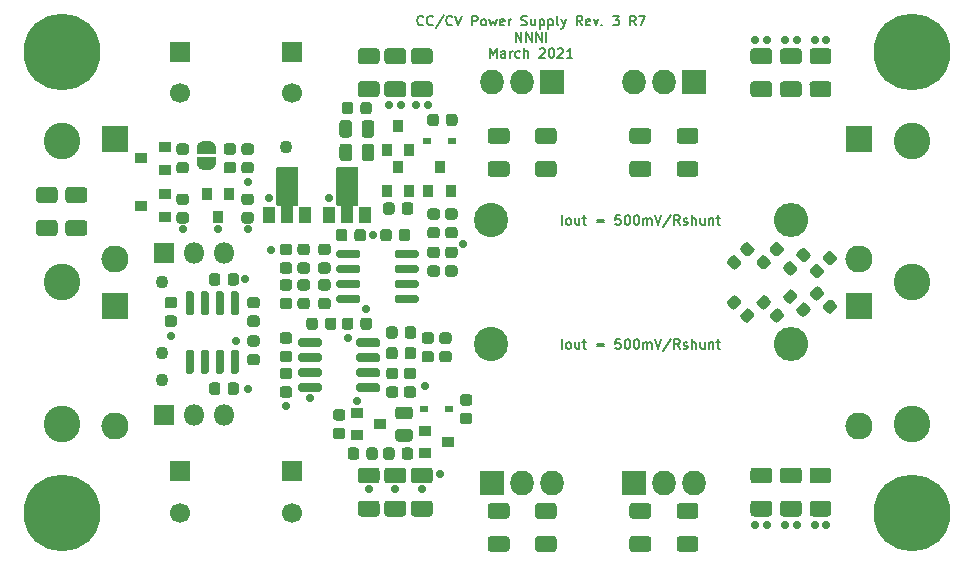
<source format=gbr>
%TF.GenerationSoftware,KiCad,Pcbnew,(5.1.6)-1*%
%TF.CreationDate,2021-05-08T17:44:37+05:30*%
%TF.ProjectId,CC CV Power Supply Rev 3,43432043-5620-4506-9f77-657220537570,rev?*%
%TF.SameCoordinates,Original*%
%TF.FileFunction,Soldermask,Top*%
%TF.FilePolarity,Negative*%
%FSLAX46Y46*%
G04 Gerber Fmt 4.6, Leading zero omitted, Abs format (unit mm)*
G04 Created by KiCad (PCBNEW (5.1.6)-1) date 2021-05-08 17:44:37*
%MOMM*%
%LPD*%
G01*
G04 APERTURE LIST*
%ADD10C,0.152400*%
%ADD11C,0.100000*%
%ADD12R,1.000000X1.400000*%
%ADD13R,1.000000X0.900000*%
%ADD14C,1.100000*%
%ADD15R,0.900000X1.000000*%
%ADD16R,0.700000X0.550000*%
%ADD17O,2.900000X2.900000*%
%ADD18C,2.900000*%
%ADD19C,1.700000*%
%ADD20R,1.700000X1.700000*%
%ADD21O,1.800000X1.800000*%
%ADD22R,1.800000X1.800000*%
%ADD23O,2.300000X2.300000*%
%ADD24R,2.300000X2.300000*%
%ADD25C,0.900000*%
%ADD26C,6.500000*%
%ADD27O,2.005000X2.100000*%
%ADD28R,2.005000X2.100000*%
%ADD29C,3.100000*%
%ADD30C,0.709600*%
G04 APERTURE END LIST*
D10*
X156362133Y-105117695D02*
X156362133Y-104304895D01*
X156865295Y-105117695D02*
X156787885Y-105078990D01*
X156749180Y-105040285D01*
X156710476Y-104962876D01*
X156710476Y-104730647D01*
X156749180Y-104653238D01*
X156787885Y-104614533D01*
X156865295Y-104575828D01*
X156981409Y-104575828D01*
X157058819Y-104614533D01*
X157097523Y-104653238D01*
X157136228Y-104730647D01*
X157136228Y-104962876D01*
X157097523Y-105040285D01*
X157058819Y-105078990D01*
X156981409Y-105117695D01*
X156865295Y-105117695D01*
X157832914Y-104575828D02*
X157832914Y-105117695D01*
X157484571Y-104575828D02*
X157484571Y-105001580D01*
X157523276Y-105078990D01*
X157600685Y-105117695D01*
X157716800Y-105117695D01*
X157794209Y-105078990D01*
X157832914Y-105040285D01*
X158103847Y-104575828D02*
X158413485Y-104575828D01*
X158219961Y-104304895D02*
X158219961Y-105001580D01*
X158258666Y-105078990D01*
X158336076Y-105117695D01*
X158413485Y-105117695D01*
X159303695Y-104691942D02*
X159922971Y-104691942D01*
X159922971Y-104924171D02*
X159303695Y-104924171D01*
X161316342Y-104304895D02*
X160929295Y-104304895D01*
X160890590Y-104691942D01*
X160929295Y-104653238D01*
X161006704Y-104614533D01*
X161200228Y-104614533D01*
X161277638Y-104653238D01*
X161316342Y-104691942D01*
X161355047Y-104769352D01*
X161355047Y-104962876D01*
X161316342Y-105040285D01*
X161277638Y-105078990D01*
X161200228Y-105117695D01*
X161006704Y-105117695D01*
X160929295Y-105078990D01*
X160890590Y-105040285D01*
X161858209Y-104304895D02*
X161935619Y-104304895D01*
X162013028Y-104343600D01*
X162051733Y-104382304D01*
X162090438Y-104459714D01*
X162129142Y-104614533D01*
X162129142Y-104808057D01*
X162090438Y-104962876D01*
X162051733Y-105040285D01*
X162013028Y-105078990D01*
X161935619Y-105117695D01*
X161858209Y-105117695D01*
X161780800Y-105078990D01*
X161742095Y-105040285D01*
X161703390Y-104962876D01*
X161664685Y-104808057D01*
X161664685Y-104614533D01*
X161703390Y-104459714D01*
X161742095Y-104382304D01*
X161780800Y-104343600D01*
X161858209Y-104304895D01*
X162632304Y-104304895D02*
X162709714Y-104304895D01*
X162787123Y-104343600D01*
X162825828Y-104382304D01*
X162864533Y-104459714D01*
X162903238Y-104614533D01*
X162903238Y-104808057D01*
X162864533Y-104962876D01*
X162825828Y-105040285D01*
X162787123Y-105078990D01*
X162709714Y-105117695D01*
X162632304Y-105117695D01*
X162554895Y-105078990D01*
X162516190Y-105040285D01*
X162477485Y-104962876D01*
X162438780Y-104808057D01*
X162438780Y-104614533D01*
X162477485Y-104459714D01*
X162516190Y-104382304D01*
X162554895Y-104343600D01*
X162632304Y-104304895D01*
X163251580Y-105117695D02*
X163251580Y-104575828D01*
X163251580Y-104653238D02*
X163290285Y-104614533D01*
X163367695Y-104575828D01*
X163483809Y-104575828D01*
X163561219Y-104614533D01*
X163599923Y-104691942D01*
X163599923Y-105117695D01*
X163599923Y-104691942D02*
X163638628Y-104614533D01*
X163716038Y-104575828D01*
X163832152Y-104575828D01*
X163909561Y-104614533D01*
X163948266Y-104691942D01*
X163948266Y-105117695D01*
X164219200Y-104304895D02*
X164490133Y-105117695D01*
X164761066Y-104304895D01*
X165612571Y-104266190D02*
X164915885Y-105311219D01*
X166347961Y-105117695D02*
X166077028Y-104730647D01*
X165883504Y-105117695D02*
X165883504Y-104304895D01*
X166193142Y-104304895D01*
X166270552Y-104343600D01*
X166309257Y-104382304D01*
X166347961Y-104459714D01*
X166347961Y-104575828D01*
X166309257Y-104653238D01*
X166270552Y-104691942D01*
X166193142Y-104730647D01*
X165883504Y-104730647D01*
X166657600Y-105078990D02*
X166735009Y-105117695D01*
X166889828Y-105117695D01*
X166967238Y-105078990D01*
X167005942Y-105001580D01*
X167005942Y-104962876D01*
X166967238Y-104885466D01*
X166889828Y-104846761D01*
X166773714Y-104846761D01*
X166696304Y-104808057D01*
X166657600Y-104730647D01*
X166657600Y-104691942D01*
X166696304Y-104614533D01*
X166773714Y-104575828D01*
X166889828Y-104575828D01*
X166967238Y-104614533D01*
X167354285Y-105117695D02*
X167354285Y-104304895D01*
X167702628Y-105117695D02*
X167702628Y-104691942D01*
X167663923Y-104614533D01*
X167586514Y-104575828D01*
X167470400Y-104575828D01*
X167392990Y-104614533D01*
X167354285Y-104653238D01*
X168438019Y-104575828D02*
X168438019Y-105117695D01*
X168089676Y-104575828D02*
X168089676Y-105001580D01*
X168128380Y-105078990D01*
X168205790Y-105117695D01*
X168321904Y-105117695D01*
X168399314Y-105078990D01*
X168438019Y-105040285D01*
X168825066Y-104575828D02*
X168825066Y-105117695D01*
X168825066Y-104653238D02*
X168863771Y-104614533D01*
X168941180Y-104575828D01*
X169057295Y-104575828D01*
X169134704Y-104614533D01*
X169173409Y-104691942D01*
X169173409Y-105117695D01*
X169444342Y-104575828D02*
X169753980Y-104575828D01*
X169560457Y-104304895D02*
X169560457Y-105001580D01*
X169599161Y-105078990D01*
X169676571Y-105117695D01*
X169753980Y-105117695D01*
X156362133Y-115617695D02*
X156362133Y-114804895D01*
X156865295Y-115617695D02*
X156787885Y-115578990D01*
X156749180Y-115540285D01*
X156710476Y-115462876D01*
X156710476Y-115230647D01*
X156749180Y-115153238D01*
X156787885Y-115114533D01*
X156865295Y-115075828D01*
X156981409Y-115075828D01*
X157058819Y-115114533D01*
X157097523Y-115153238D01*
X157136228Y-115230647D01*
X157136228Y-115462876D01*
X157097523Y-115540285D01*
X157058819Y-115578990D01*
X156981409Y-115617695D01*
X156865295Y-115617695D01*
X157832914Y-115075828D02*
X157832914Y-115617695D01*
X157484571Y-115075828D02*
X157484571Y-115501580D01*
X157523276Y-115578990D01*
X157600685Y-115617695D01*
X157716800Y-115617695D01*
X157794209Y-115578990D01*
X157832914Y-115540285D01*
X158103847Y-115075828D02*
X158413485Y-115075828D01*
X158219961Y-114804895D02*
X158219961Y-115501580D01*
X158258666Y-115578990D01*
X158336076Y-115617695D01*
X158413485Y-115617695D01*
X159303695Y-115191942D02*
X159922971Y-115191942D01*
X159922971Y-115424171D02*
X159303695Y-115424171D01*
X161316342Y-114804895D02*
X160929295Y-114804895D01*
X160890590Y-115191942D01*
X160929295Y-115153238D01*
X161006704Y-115114533D01*
X161200228Y-115114533D01*
X161277638Y-115153238D01*
X161316342Y-115191942D01*
X161355047Y-115269352D01*
X161355047Y-115462876D01*
X161316342Y-115540285D01*
X161277638Y-115578990D01*
X161200228Y-115617695D01*
X161006704Y-115617695D01*
X160929295Y-115578990D01*
X160890590Y-115540285D01*
X161858209Y-114804895D02*
X161935619Y-114804895D01*
X162013028Y-114843600D01*
X162051733Y-114882304D01*
X162090438Y-114959714D01*
X162129142Y-115114533D01*
X162129142Y-115308057D01*
X162090438Y-115462876D01*
X162051733Y-115540285D01*
X162013028Y-115578990D01*
X161935619Y-115617695D01*
X161858209Y-115617695D01*
X161780800Y-115578990D01*
X161742095Y-115540285D01*
X161703390Y-115462876D01*
X161664685Y-115308057D01*
X161664685Y-115114533D01*
X161703390Y-114959714D01*
X161742095Y-114882304D01*
X161780800Y-114843600D01*
X161858209Y-114804895D01*
X162632304Y-114804895D02*
X162709714Y-114804895D01*
X162787123Y-114843600D01*
X162825828Y-114882304D01*
X162864533Y-114959714D01*
X162903238Y-115114533D01*
X162903238Y-115308057D01*
X162864533Y-115462876D01*
X162825828Y-115540285D01*
X162787123Y-115578990D01*
X162709714Y-115617695D01*
X162632304Y-115617695D01*
X162554895Y-115578990D01*
X162516190Y-115540285D01*
X162477485Y-115462876D01*
X162438780Y-115308057D01*
X162438780Y-115114533D01*
X162477485Y-114959714D01*
X162516190Y-114882304D01*
X162554895Y-114843600D01*
X162632304Y-114804895D01*
X163251580Y-115617695D02*
X163251580Y-115075828D01*
X163251580Y-115153238D02*
X163290285Y-115114533D01*
X163367695Y-115075828D01*
X163483809Y-115075828D01*
X163561219Y-115114533D01*
X163599923Y-115191942D01*
X163599923Y-115617695D01*
X163599923Y-115191942D02*
X163638628Y-115114533D01*
X163716038Y-115075828D01*
X163832152Y-115075828D01*
X163909561Y-115114533D01*
X163948266Y-115191942D01*
X163948266Y-115617695D01*
X164219200Y-114804895D02*
X164490133Y-115617695D01*
X164761066Y-114804895D01*
X165612571Y-114766190D02*
X164915885Y-115811219D01*
X166347961Y-115617695D02*
X166077028Y-115230647D01*
X165883504Y-115617695D02*
X165883504Y-114804895D01*
X166193142Y-114804895D01*
X166270552Y-114843600D01*
X166309257Y-114882304D01*
X166347961Y-114959714D01*
X166347961Y-115075828D01*
X166309257Y-115153238D01*
X166270552Y-115191942D01*
X166193142Y-115230647D01*
X165883504Y-115230647D01*
X166657600Y-115578990D02*
X166735009Y-115617695D01*
X166889828Y-115617695D01*
X166967238Y-115578990D01*
X167005942Y-115501580D01*
X167005942Y-115462876D01*
X166967238Y-115385466D01*
X166889828Y-115346761D01*
X166773714Y-115346761D01*
X166696304Y-115308057D01*
X166657600Y-115230647D01*
X166657600Y-115191942D01*
X166696304Y-115114533D01*
X166773714Y-115075828D01*
X166889828Y-115075828D01*
X166967238Y-115114533D01*
X167354285Y-115617695D02*
X167354285Y-114804895D01*
X167702628Y-115617695D02*
X167702628Y-115191942D01*
X167663923Y-115114533D01*
X167586514Y-115075828D01*
X167470400Y-115075828D01*
X167392990Y-115114533D01*
X167354285Y-115153238D01*
X168438019Y-115075828D02*
X168438019Y-115617695D01*
X168089676Y-115075828D02*
X168089676Y-115501580D01*
X168128380Y-115578990D01*
X168205790Y-115617695D01*
X168321904Y-115617695D01*
X168399314Y-115578990D01*
X168438019Y-115540285D01*
X168825066Y-115075828D02*
X168825066Y-115617695D01*
X168825066Y-115153238D02*
X168863771Y-115114533D01*
X168941180Y-115075828D01*
X169057295Y-115075828D01*
X169134704Y-115114533D01*
X169173409Y-115191942D01*
X169173409Y-115617695D01*
X169444342Y-115075828D02*
X169753980Y-115075828D01*
X169560457Y-114804895D02*
X169560457Y-115501580D01*
X169599161Y-115578990D01*
X169676571Y-115617695D01*
X169753980Y-115617695D01*
X144615676Y-88168685D02*
X144576971Y-88207390D01*
X144460857Y-88246095D01*
X144383447Y-88246095D01*
X144267333Y-88207390D01*
X144189923Y-88129980D01*
X144151219Y-88052571D01*
X144112514Y-87897752D01*
X144112514Y-87781638D01*
X144151219Y-87626819D01*
X144189923Y-87549409D01*
X144267333Y-87472000D01*
X144383447Y-87433295D01*
X144460857Y-87433295D01*
X144576971Y-87472000D01*
X144615676Y-87510704D01*
X145428476Y-88168685D02*
X145389771Y-88207390D01*
X145273657Y-88246095D01*
X145196247Y-88246095D01*
X145080133Y-88207390D01*
X145002723Y-88129980D01*
X144964019Y-88052571D01*
X144925314Y-87897752D01*
X144925314Y-87781638D01*
X144964019Y-87626819D01*
X145002723Y-87549409D01*
X145080133Y-87472000D01*
X145196247Y-87433295D01*
X145273657Y-87433295D01*
X145389771Y-87472000D01*
X145428476Y-87510704D01*
X146357390Y-87394590D02*
X145660704Y-88439619D01*
X147092780Y-88168685D02*
X147054076Y-88207390D01*
X146937961Y-88246095D01*
X146860552Y-88246095D01*
X146744438Y-88207390D01*
X146667028Y-88129980D01*
X146628323Y-88052571D01*
X146589619Y-87897752D01*
X146589619Y-87781638D01*
X146628323Y-87626819D01*
X146667028Y-87549409D01*
X146744438Y-87472000D01*
X146860552Y-87433295D01*
X146937961Y-87433295D01*
X147054076Y-87472000D01*
X147092780Y-87510704D01*
X147325009Y-87433295D02*
X147595942Y-88246095D01*
X147866876Y-87433295D01*
X148757085Y-88246095D02*
X148757085Y-87433295D01*
X149066723Y-87433295D01*
X149144133Y-87472000D01*
X149182838Y-87510704D01*
X149221542Y-87588114D01*
X149221542Y-87704228D01*
X149182838Y-87781638D01*
X149144133Y-87820342D01*
X149066723Y-87859047D01*
X148757085Y-87859047D01*
X149686000Y-88246095D02*
X149608590Y-88207390D01*
X149569885Y-88168685D01*
X149531180Y-88091276D01*
X149531180Y-87859047D01*
X149569885Y-87781638D01*
X149608590Y-87742933D01*
X149686000Y-87704228D01*
X149802114Y-87704228D01*
X149879523Y-87742933D01*
X149918228Y-87781638D01*
X149956933Y-87859047D01*
X149956933Y-88091276D01*
X149918228Y-88168685D01*
X149879523Y-88207390D01*
X149802114Y-88246095D01*
X149686000Y-88246095D01*
X150227866Y-87704228D02*
X150382685Y-88246095D01*
X150537504Y-87859047D01*
X150692323Y-88246095D01*
X150847142Y-87704228D01*
X151466419Y-88207390D02*
X151389009Y-88246095D01*
X151234190Y-88246095D01*
X151156780Y-88207390D01*
X151118076Y-88129980D01*
X151118076Y-87820342D01*
X151156780Y-87742933D01*
X151234190Y-87704228D01*
X151389009Y-87704228D01*
X151466419Y-87742933D01*
X151505123Y-87820342D01*
X151505123Y-87897752D01*
X151118076Y-87975161D01*
X151853466Y-88246095D02*
X151853466Y-87704228D01*
X151853466Y-87859047D02*
X151892171Y-87781638D01*
X151930876Y-87742933D01*
X152008285Y-87704228D01*
X152085695Y-87704228D01*
X152937200Y-88207390D02*
X153053314Y-88246095D01*
X153246838Y-88246095D01*
X153324247Y-88207390D01*
X153362952Y-88168685D01*
X153401657Y-88091276D01*
X153401657Y-88013866D01*
X153362952Y-87936457D01*
X153324247Y-87897752D01*
X153246838Y-87859047D01*
X153092019Y-87820342D01*
X153014609Y-87781638D01*
X152975904Y-87742933D01*
X152937200Y-87665523D01*
X152937200Y-87588114D01*
X152975904Y-87510704D01*
X153014609Y-87472000D01*
X153092019Y-87433295D01*
X153285542Y-87433295D01*
X153401657Y-87472000D01*
X154098342Y-87704228D02*
X154098342Y-88246095D01*
X153750000Y-87704228D02*
X153750000Y-88129980D01*
X153788704Y-88207390D01*
X153866114Y-88246095D01*
X153982228Y-88246095D01*
X154059638Y-88207390D01*
X154098342Y-88168685D01*
X154485390Y-87704228D02*
X154485390Y-88517028D01*
X154485390Y-87742933D02*
X154562800Y-87704228D01*
X154717619Y-87704228D01*
X154795028Y-87742933D01*
X154833733Y-87781638D01*
X154872438Y-87859047D01*
X154872438Y-88091276D01*
X154833733Y-88168685D01*
X154795028Y-88207390D01*
X154717619Y-88246095D01*
X154562800Y-88246095D01*
X154485390Y-88207390D01*
X155220780Y-87704228D02*
X155220780Y-88517028D01*
X155220780Y-87742933D02*
X155298190Y-87704228D01*
X155453009Y-87704228D01*
X155530419Y-87742933D01*
X155569123Y-87781638D01*
X155607828Y-87859047D01*
X155607828Y-88091276D01*
X155569123Y-88168685D01*
X155530419Y-88207390D01*
X155453009Y-88246095D01*
X155298190Y-88246095D01*
X155220780Y-88207390D01*
X156072285Y-88246095D02*
X155994876Y-88207390D01*
X155956171Y-88129980D01*
X155956171Y-87433295D01*
X156304514Y-87704228D02*
X156498038Y-88246095D01*
X156691561Y-87704228D02*
X156498038Y-88246095D01*
X156420628Y-88439619D01*
X156381923Y-88478323D01*
X156304514Y-88517028D01*
X158084933Y-88246095D02*
X157814000Y-87859047D01*
X157620476Y-88246095D02*
X157620476Y-87433295D01*
X157930114Y-87433295D01*
X158007523Y-87472000D01*
X158046228Y-87510704D01*
X158084933Y-87588114D01*
X158084933Y-87704228D01*
X158046228Y-87781638D01*
X158007523Y-87820342D01*
X157930114Y-87859047D01*
X157620476Y-87859047D01*
X158742914Y-88207390D02*
X158665504Y-88246095D01*
X158510685Y-88246095D01*
X158433276Y-88207390D01*
X158394571Y-88129980D01*
X158394571Y-87820342D01*
X158433276Y-87742933D01*
X158510685Y-87704228D01*
X158665504Y-87704228D01*
X158742914Y-87742933D01*
X158781619Y-87820342D01*
X158781619Y-87897752D01*
X158394571Y-87975161D01*
X159052552Y-87704228D02*
X159246076Y-88246095D01*
X159439600Y-87704228D01*
X159749238Y-88168685D02*
X159787942Y-88207390D01*
X159749238Y-88246095D01*
X159710533Y-88207390D01*
X159749238Y-88168685D01*
X159749238Y-88246095D01*
X160678152Y-87433295D02*
X161181314Y-87433295D01*
X160910380Y-87742933D01*
X161026495Y-87742933D01*
X161103904Y-87781638D01*
X161142609Y-87820342D01*
X161181314Y-87897752D01*
X161181314Y-88091276D01*
X161142609Y-88168685D01*
X161103904Y-88207390D01*
X161026495Y-88246095D01*
X160794266Y-88246095D01*
X160716857Y-88207390D01*
X160678152Y-88168685D01*
X162613390Y-88246095D02*
X162342457Y-87859047D01*
X162148933Y-88246095D02*
X162148933Y-87433295D01*
X162458571Y-87433295D01*
X162535980Y-87472000D01*
X162574685Y-87510704D01*
X162613390Y-87588114D01*
X162613390Y-87704228D01*
X162574685Y-87781638D01*
X162535980Y-87820342D01*
X162458571Y-87859047D01*
X162148933Y-87859047D01*
X162884323Y-87433295D02*
X163426190Y-87433295D01*
X163077847Y-88246095D01*
X152472742Y-89617695D02*
X152472742Y-88804895D01*
X152937200Y-89617695D01*
X152937200Y-88804895D01*
X153324247Y-89617695D02*
X153324247Y-88804895D01*
X153788704Y-89617695D01*
X153788704Y-88804895D01*
X154175752Y-89617695D02*
X154175752Y-88804895D01*
X154640209Y-89617695D01*
X154640209Y-88804895D01*
X155027257Y-89617695D02*
X155027257Y-88804895D01*
X150285923Y-90989295D02*
X150285923Y-90176495D01*
X150556857Y-90757066D01*
X150827790Y-90176495D01*
X150827790Y-90989295D01*
X151563180Y-90989295D02*
X151563180Y-90563542D01*
X151524476Y-90486133D01*
X151447066Y-90447428D01*
X151292247Y-90447428D01*
X151214838Y-90486133D01*
X151563180Y-90950590D02*
X151485771Y-90989295D01*
X151292247Y-90989295D01*
X151214838Y-90950590D01*
X151176133Y-90873180D01*
X151176133Y-90795771D01*
X151214838Y-90718361D01*
X151292247Y-90679657D01*
X151485771Y-90679657D01*
X151563180Y-90640952D01*
X151950228Y-90989295D02*
X151950228Y-90447428D01*
X151950228Y-90602247D02*
X151988933Y-90524838D01*
X152027638Y-90486133D01*
X152105047Y-90447428D01*
X152182457Y-90447428D01*
X152801733Y-90950590D02*
X152724323Y-90989295D01*
X152569504Y-90989295D01*
X152492095Y-90950590D01*
X152453390Y-90911885D01*
X152414685Y-90834476D01*
X152414685Y-90602247D01*
X152453390Y-90524838D01*
X152492095Y-90486133D01*
X152569504Y-90447428D01*
X152724323Y-90447428D01*
X152801733Y-90486133D01*
X153150076Y-90989295D02*
X153150076Y-90176495D01*
X153498419Y-90989295D02*
X153498419Y-90563542D01*
X153459714Y-90486133D01*
X153382304Y-90447428D01*
X153266190Y-90447428D01*
X153188780Y-90486133D01*
X153150076Y-90524838D01*
X154466038Y-90253904D02*
X154504742Y-90215200D01*
X154582152Y-90176495D01*
X154775676Y-90176495D01*
X154853085Y-90215200D01*
X154891790Y-90253904D01*
X154930495Y-90331314D01*
X154930495Y-90408723D01*
X154891790Y-90524838D01*
X154427333Y-90989295D01*
X154930495Y-90989295D01*
X155433657Y-90176495D02*
X155511066Y-90176495D01*
X155588476Y-90215200D01*
X155627180Y-90253904D01*
X155665885Y-90331314D01*
X155704590Y-90486133D01*
X155704590Y-90679657D01*
X155665885Y-90834476D01*
X155627180Y-90911885D01*
X155588476Y-90950590D01*
X155511066Y-90989295D01*
X155433657Y-90989295D01*
X155356247Y-90950590D01*
X155317542Y-90911885D01*
X155278838Y-90834476D01*
X155240133Y-90679657D01*
X155240133Y-90486133D01*
X155278838Y-90331314D01*
X155317542Y-90253904D01*
X155356247Y-90215200D01*
X155433657Y-90176495D01*
X156014228Y-90253904D02*
X156052933Y-90215200D01*
X156130342Y-90176495D01*
X156323866Y-90176495D01*
X156401276Y-90215200D01*
X156439980Y-90253904D01*
X156478685Y-90331314D01*
X156478685Y-90408723D01*
X156439980Y-90524838D01*
X155975523Y-90989295D01*
X156478685Y-90989295D01*
X157252780Y-90989295D02*
X156788323Y-90989295D01*
X157020552Y-90989295D02*
X157020552Y-90176495D01*
X156943142Y-90292609D01*
X156865733Y-90370019D01*
X156788323Y-90408723D01*
%TO.C,R28*%
G36*
G01*
X115905000Y-103275000D02*
X114595000Y-103275000D01*
G75*
G02*
X114325000Y-103005000I0J270000D01*
G01*
X114325000Y-102195000D01*
G75*
G02*
X114595000Y-101925000I270000J0D01*
G01*
X115905000Y-101925000D01*
G75*
G02*
X116175000Y-102195000I0J-270000D01*
G01*
X116175000Y-103005000D01*
G75*
G02*
X115905000Y-103275000I-270000J0D01*
G01*
G37*
G36*
G01*
X115905000Y-106075000D02*
X114595000Y-106075000D01*
G75*
G02*
X114325000Y-105805000I0J270000D01*
G01*
X114325000Y-104995000D01*
G75*
G02*
X114595000Y-104725000I270000J0D01*
G01*
X115905000Y-104725000D01*
G75*
G02*
X116175000Y-104995000I0J-270000D01*
G01*
X116175000Y-105805000D01*
G75*
G02*
X115905000Y-106075000I-270000J0D01*
G01*
G37*
%TD*%
%TO.C,R21*%
G36*
G01*
X113405000Y-103275000D02*
X112095000Y-103275000D01*
G75*
G02*
X111825000Y-103005000I0J270000D01*
G01*
X111825000Y-102195000D01*
G75*
G02*
X112095000Y-101925000I270000J0D01*
G01*
X113405000Y-101925000D01*
G75*
G02*
X113675000Y-102195000I0J-270000D01*
G01*
X113675000Y-103005000D01*
G75*
G02*
X113405000Y-103275000I-270000J0D01*
G01*
G37*
G36*
G01*
X113405000Y-106075000D02*
X112095000Y-106075000D01*
G75*
G02*
X111825000Y-105805000I0J270000D01*
G01*
X111825000Y-104995000D01*
G75*
G02*
X112095000Y-104725000I270000J0D01*
G01*
X113405000Y-104725000D01*
G75*
G02*
X113675000Y-104995000I0J-270000D01*
G01*
X113675000Y-105805000D01*
G75*
G02*
X113405000Y-106075000I-270000J0D01*
G01*
G37*
%TD*%
D11*
%TO.C,JP1*%
G36*
X127049398Y-99906111D02*
G01*
X127049398Y-99924534D01*
X127049157Y-99929435D01*
X127044347Y-99978266D01*
X127043627Y-99983119D01*
X127034055Y-100031244D01*
X127032863Y-100036005D01*
X127018619Y-100082960D01*
X127016966Y-100087579D01*
X126998189Y-100132912D01*
X126996091Y-100137349D01*
X126972960Y-100180622D01*
X126970438Y-100184829D01*
X126943178Y-100225628D01*
X126940254Y-100229570D01*
X126909126Y-100267499D01*
X126905831Y-100271134D01*
X126871134Y-100305831D01*
X126867499Y-100309126D01*
X126829570Y-100340254D01*
X126825628Y-100343178D01*
X126784829Y-100370438D01*
X126780622Y-100372960D01*
X126737349Y-100396091D01*
X126732912Y-100398189D01*
X126687579Y-100416966D01*
X126682960Y-100418619D01*
X126636005Y-100432863D01*
X126631244Y-100434055D01*
X126583119Y-100443627D01*
X126578266Y-100444347D01*
X126529435Y-100449157D01*
X126524534Y-100449398D01*
X126506111Y-100449398D01*
X126500000Y-100450000D01*
X126000000Y-100450000D01*
X125993889Y-100449398D01*
X125975466Y-100449398D01*
X125970565Y-100449157D01*
X125921734Y-100444347D01*
X125916881Y-100443627D01*
X125868756Y-100434055D01*
X125863995Y-100432863D01*
X125817040Y-100418619D01*
X125812421Y-100416966D01*
X125767088Y-100398189D01*
X125762651Y-100396091D01*
X125719378Y-100372960D01*
X125715171Y-100370438D01*
X125674372Y-100343178D01*
X125670430Y-100340254D01*
X125632501Y-100309126D01*
X125628866Y-100305831D01*
X125594169Y-100271134D01*
X125590874Y-100267499D01*
X125559746Y-100229570D01*
X125556822Y-100225628D01*
X125529562Y-100184829D01*
X125527040Y-100180622D01*
X125503909Y-100137349D01*
X125501811Y-100132912D01*
X125483034Y-100087579D01*
X125481381Y-100082960D01*
X125467137Y-100036005D01*
X125465945Y-100031244D01*
X125456373Y-99983119D01*
X125455653Y-99978266D01*
X125450843Y-99929435D01*
X125450602Y-99924534D01*
X125450602Y-99906111D01*
X125450000Y-99900000D01*
X125450000Y-99400000D01*
X125450961Y-99390245D01*
X125453806Y-99380866D01*
X125458427Y-99372221D01*
X125464645Y-99364645D01*
X125472221Y-99358427D01*
X125480866Y-99353806D01*
X125490245Y-99350961D01*
X125500000Y-99350000D01*
X127000000Y-99350000D01*
X127009755Y-99350961D01*
X127019134Y-99353806D01*
X127027779Y-99358427D01*
X127035355Y-99364645D01*
X127041573Y-99372221D01*
X127046194Y-99380866D01*
X127049039Y-99390245D01*
X127050000Y-99400000D01*
X127050000Y-99900000D01*
X127049398Y-99906111D01*
G37*
G36*
X127049039Y-99109755D02*
G01*
X127046194Y-99119134D01*
X127041573Y-99127779D01*
X127035355Y-99135355D01*
X127027779Y-99141573D01*
X127019134Y-99146194D01*
X127009755Y-99149039D01*
X127000000Y-99150000D01*
X125500000Y-99150000D01*
X125490245Y-99149039D01*
X125480866Y-99146194D01*
X125472221Y-99141573D01*
X125464645Y-99135355D01*
X125458427Y-99127779D01*
X125453806Y-99119134D01*
X125450961Y-99109755D01*
X125450000Y-99100000D01*
X125450000Y-98600000D01*
X125450602Y-98593889D01*
X125450602Y-98575466D01*
X125450843Y-98570565D01*
X125455653Y-98521734D01*
X125456373Y-98516881D01*
X125465945Y-98468756D01*
X125467137Y-98463995D01*
X125481381Y-98417040D01*
X125483034Y-98412421D01*
X125501811Y-98367088D01*
X125503909Y-98362651D01*
X125527040Y-98319378D01*
X125529562Y-98315171D01*
X125556822Y-98274372D01*
X125559746Y-98270430D01*
X125590874Y-98232501D01*
X125594169Y-98228866D01*
X125628866Y-98194169D01*
X125632501Y-98190874D01*
X125670430Y-98159746D01*
X125674372Y-98156822D01*
X125715171Y-98129562D01*
X125719378Y-98127040D01*
X125762651Y-98103909D01*
X125767088Y-98101811D01*
X125812421Y-98083034D01*
X125817040Y-98081381D01*
X125863995Y-98067137D01*
X125868756Y-98065945D01*
X125916881Y-98056373D01*
X125921734Y-98055653D01*
X125970565Y-98050843D01*
X125975466Y-98050602D01*
X125993889Y-98050602D01*
X126000000Y-98050000D01*
X126500000Y-98050000D01*
X126506111Y-98050602D01*
X126524534Y-98050602D01*
X126529435Y-98050843D01*
X126578266Y-98055653D01*
X126583119Y-98056373D01*
X126631244Y-98065945D01*
X126636005Y-98067137D01*
X126682960Y-98081381D01*
X126687579Y-98083034D01*
X126732912Y-98101811D01*
X126737349Y-98103909D01*
X126780622Y-98127040D01*
X126784829Y-98129562D01*
X126825628Y-98156822D01*
X126829570Y-98159746D01*
X126867499Y-98190874D01*
X126871134Y-98194169D01*
X126905831Y-98228866D01*
X126909126Y-98232501D01*
X126940254Y-98270430D01*
X126943178Y-98274372D01*
X126970438Y-98315171D01*
X126972960Y-98319378D01*
X126996091Y-98362651D01*
X126998189Y-98367088D01*
X127016966Y-98412421D01*
X127018619Y-98417040D01*
X127032863Y-98463995D01*
X127034055Y-98468756D01*
X127043627Y-98516881D01*
X127044347Y-98521734D01*
X127049157Y-98570565D01*
X127049398Y-98575466D01*
X127049398Y-98593889D01*
X127050000Y-98600000D01*
X127050000Y-99100000D01*
X127049039Y-99109755D01*
G37*
%TD*%
%TO.C,U6*%
G36*
X132180461Y-100306245D02*
G01*
X132183306Y-100296866D01*
X132187927Y-100288221D01*
X132194145Y-100280645D01*
X132201721Y-100274427D01*
X132210366Y-100269806D01*
X132219745Y-100266961D01*
X132229500Y-100266000D01*
X133962500Y-100266000D01*
X133972255Y-100266961D01*
X133981634Y-100269806D01*
X133990279Y-100274427D01*
X133997855Y-100280645D01*
X134004073Y-100288221D01*
X134008694Y-100296866D01*
X134011539Y-100306245D01*
X134012500Y-100316000D01*
X134012500Y-103441000D01*
X134011539Y-103450755D01*
X134008694Y-103460134D01*
X134004073Y-103468779D01*
X133997855Y-103476355D01*
X133990279Y-103482573D01*
X133981634Y-103487194D01*
X133972255Y-103490039D01*
X133962500Y-103491000D01*
X133596000Y-103491000D01*
X133596000Y-104916000D01*
X133595039Y-104925755D01*
X133592194Y-104935134D01*
X133587573Y-104943779D01*
X133581355Y-104951355D01*
X133573779Y-104957573D01*
X133565134Y-104962194D01*
X133555755Y-104965039D01*
X133546000Y-104966000D01*
X132646000Y-104966000D01*
X132636245Y-104965039D01*
X132626866Y-104962194D01*
X132618221Y-104957573D01*
X132610645Y-104951355D01*
X132604427Y-104943779D01*
X132599806Y-104935134D01*
X132596961Y-104925755D01*
X132596000Y-104916000D01*
X132596000Y-103491000D01*
X132229500Y-103491000D01*
X132219745Y-103490039D01*
X132210366Y-103487194D01*
X132201721Y-103482573D01*
X132194145Y-103476355D01*
X132187927Y-103468779D01*
X132183306Y-103460134D01*
X132180461Y-103450755D01*
X132179500Y-103441000D01*
X132179500Y-100316000D01*
X132180461Y-100306245D01*
G37*
D12*
X134596000Y-104266000D03*
X131596000Y-104266000D03*
%TD*%
D13*
%TO.C,Q11*%
X120750000Y-99500000D03*
X122750000Y-98550000D03*
X122750000Y-100450000D03*
%TD*%
D11*
%TO.C,U5*%
G36*
X137260461Y-100306245D02*
G01*
X137263306Y-100296866D01*
X137267927Y-100288221D01*
X137274145Y-100280645D01*
X137281721Y-100274427D01*
X137290366Y-100269806D01*
X137299745Y-100266961D01*
X137309500Y-100266000D01*
X139042500Y-100266000D01*
X139052255Y-100266961D01*
X139061634Y-100269806D01*
X139070279Y-100274427D01*
X139077855Y-100280645D01*
X139084073Y-100288221D01*
X139088694Y-100296866D01*
X139091539Y-100306245D01*
X139092500Y-100316000D01*
X139092500Y-103441000D01*
X139091539Y-103450755D01*
X139088694Y-103460134D01*
X139084073Y-103468779D01*
X139077855Y-103476355D01*
X139070279Y-103482573D01*
X139061634Y-103487194D01*
X139052255Y-103490039D01*
X139042500Y-103491000D01*
X138676000Y-103491000D01*
X138676000Y-104916000D01*
X138675039Y-104925755D01*
X138672194Y-104935134D01*
X138667573Y-104943779D01*
X138661355Y-104951355D01*
X138653779Y-104957573D01*
X138645134Y-104962194D01*
X138635755Y-104965039D01*
X138626000Y-104966000D01*
X137726000Y-104966000D01*
X137716245Y-104965039D01*
X137706866Y-104962194D01*
X137698221Y-104957573D01*
X137690645Y-104951355D01*
X137684427Y-104943779D01*
X137679806Y-104935134D01*
X137676961Y-104925755D01*
X137676000Y-104916000D01*
X137676000Y-103491000D01*
X137309500Y-103491000D01*
X137299745Y-103490039D01*
X137290366Y-103487194D01*
X137281721Y-103482573D01*
X137274145Y-103476355D01*
X137267927Y-103468779D01*
X137263306Y-103460134D01*
X137260461Y-103450755D01*
X137259500Y-103441000D01*
X137259500Y-100316000D01*
X137260461Y-100306245D01*
G37*
D12*
X139676000Y-104266000D03*
X136676000Y-104266000D03*
%TD*%
%TO.C,R53*%
G36*
G01*
X148531250Y-120450000D02*
X147968750Y-120450000D01*
G75*
G02*
X147725000Y-120206250I0J243750D01*
G01*
X147725000Y-119718750D01*
G75*
G02*
X147968750Y-119475000I243750J0D01*
G01*
X148531250Y-119475000D01*
G75*
G02*
X148775000Y-119718750I0J-243750D01*
G01*
X148775000Y-120206250D01*
G75*
G02*
X148531250Y-120450000I-243750J0D01*
G01*
G37*
G36*
G01*
X148531250Y-122025000D02*
X147968750Y-122025000D01*
G75*
G02*
X147725000Y-121781250I0J243750D01*
G01*
X147725000Y-121293750D01*
G75*
G02*
X147968750Y-121050000I243750J0D01*
G01*
X148531250Y-121050000D01*
G75*
G02*
X148775000Y-121293750I0J-243750D01*
G01*
X148775000Y-121781250D01*
G75*
G02*
X148531250Y-122025000I-243750J0D01*
G01*
G37*
%TD*%
%TO.C,R52*%
G36*
G01*
X145950000Y-95968750D02*
X145950000Y-96531250D01*
G75*
G02*
X145706250Y-96775000I-243750J0D01*
G01*
X145218750Y-96775000D01*
G75*
G02*
X144975000Y-96531250I0J243750D01*
G01*
X144975000Y-95968750D01*
G75*
G02*
X145218750Y-95725000I243750J0D01*
G01*
X145706250Y-95725000D01*
G75*
G02*
X145950000Y-95968750I0J-243750D01*
G01*
G37*
G36*
G01*
X147525000Y-95968750D02*
X147525000Y-96531250D01*
G75*
G02*
X147281250Y-96775000I-243750J0D01*
G01*
X146793750Y-96775000D01*
G75*
G02*
X146550000Y-96531250I0J243750D01*
G01*
X146550000Y-95968750D01*
G75*
G02*
X146793750Y-95725000I243750J0D01*
G01*
X147281250Y-95725000D01*
G75*
G02*
X147525000Y-95968750I0J-243750D01*
G01*
G37*
%TD*%
%TO.C,R14*%
G36*
G01*
X142200000Y-103468750D02*
X142200000Y-104031250D01*
G75*
G02*
X141956250Y-104275000I-243750J0D01*
G01*
X141468750Y-104275000D01*
G75*
G02*
X141225000Y-104031250I0J243750D01*
G01*
X141225000Y-103468750D01*
G75*
G02*
X141468750Y-103225000I243750J0D01*
G01*
X141956250Y-103225000D01*
G75*
G02*
X142200000Y-103468750I0J-243750D01*
G01*
G37*
G36*
G01*
X143775000Y-103468750D02*
X143775000Y-104031250D01*
G75*
G02*
X143531250Y-104275000I-243750J0D01*
G01*
X143043750Y-104275000D01*
G75*
G02*
X142800000Y-104031250I0J243750D01*
G01*
X142800000Y-103468750D01*
G75*
G02*
X143043750Y-103225000I243750J0D01*
G01*
X143531250Y-103225000D01*
G75*
G02*
X143775000Y-103468750I0J-243750D01*
G01*
G37*
%TD*%
D14*
%TO.C,TP4*%
X122500000Y-116000000D03*
%TD*%
%TO.C,TP3*%
X122500000Y-118250000D03*
%TD*%
%TO.C,TP2*%
X133000000Y-98500000D03*
%TD*%
%TO.C,TP1*%
X122500000Y-110000000D03*
%TD*%
%TO.C,R29*%
G36*
G01*
X139400000Y-99481250D02*
X139400000Y-98518750D01*
G75*
G02*
X139668750Y-98250000I268750J0D01*
G01*
X140206250Y-98250000D01*
G75*
G02*
X140475000Y-98518750I0J-268750D01*
G01*
X140475000Y-99481250D01*
G75*
G02*
X140206250Y-99750000I-268750J0D01*
G01*
X139668750Y-99750000D01*
G75*
G02*
X139400000Y-99481250I0J268750D01*
G01*
G37*
G36*
G01*
X137525000Y-99481250D02*
X137525000Y-98518750D01*
G75*
G02*
X137793750Y-98250000I268750J0D01*
G01*
X138331250Y-98250000D01*
G75*
G02*
X138600000Y-98518750I0J-268750D01*
G01*
X138600000Y-99481250D01*
G75*
G02*
X138331250Y-99750000I-268750J0D01*
G01*
X137793750Y-99750000D01*
G75*
G02*
X137525000Y-99481250I0J268750D01*
G01*
G37*
%TD*%
%TO.C,C32*%
G36*
G01*
X123968750Y-104050000D02*
X124531250Y-104050000D01*
G75*
G02*
X124775000Y-104293750I0J-243750D01*
G01*
X124775000Y-104781250D01*
G75*
G02*
X124531250Y-105025000I-243750J0D01*
G01*
X123968750Y-105025000D01*
G75*
G02*
X123725000Y-104781250I0J243750D01*
G01*
X123725000Y-104293750D01*
G75*
G02*
X123968750Y-104050000I243750J0D01*
G01*
G37*
G36*
G01*
X123968750Y-102475000D02*
X124531250Y-102475000D01*
G75*
G02*
X124775000Y-102718750I0J-243750D01*
G01*
X124775000Y-103206250D01*
G75*
G02*
X124531250Y-103450000I-243750J0D01*
G01*
X123968750Y-103450000D01*
G75*
G02*
X123725000Y-103206250I0J243750D01*
G01*
X123725000Y-102718750D01*
G75*
G02*
X123968750Y-102475000I243750J0D01*
G01*
G37*
%TD*%
%TO.C,R22*%
G36*
G01*
X139800000Y-124781250D02*
X139800000Y-124218750D01*
G75*
G02*
X140043750Y-123975000I243750J0D01*
G01*
X140531250Y-123975000D01*
G75*
G02*
X140775000Y-124218750I0J-243750D01*
G01*
X140775000Y-124781250D01*
G75*
G02*
X140531250Y-125025000I-243750J0D01*
G01*
X140043750Y-125025000D01*
G75*
G02*
X139800000Y-124781250I0J243750D01*
G01*
G37*
G36*
G01*
X138225000Y-124781250D02*
X138225000Y-124218750D01*
G75*
G02*
X138468750Y-123975000I243750J0D01*
G01*
X138956250Y-123975000D01*
G75*
G02*
X139200000Y-124218750I0J-243750D01*
G01*
X139200000Y-124781250D01*
G75*
G02*
X138956250Y-125025000I-243750J0D01*
G01*
X138468750Y-125025000D01*
G75*
G02*
X138225000Y-124781250I0J243750D01*
G01*
G37*
%TD*%
%TO.C,R50*%
G36*
G01*
X175838994Y-108263259D02*
X176236741Y-108661007D01*
G75*
G02*
X176236741Y-109005721I-172357J-172357D01*
G01*
X175892027Y-109350435D01*
G75*
G02*
X175547313Y-109350435I-172357J172357D01*
G01*
X175149565Y-108952687D01*
G75*
G02*
X175149565Y-108607973I172357J172357D01*
G01*
X175494279Y-108263259D01*
G75*
G02*
X175838993Y-108263259I172357J-172357D01*
G01*
G37*
G36*
G01*
X176952688Y-107149565D02*
X177350435Y-107547313D01*
G75*
G02*
X177350435Y-107892027I-172357J-172357D01*
G01*
X177005721Y-108236741D01*
G75*
G02*
X176661007Y-108236741I-172357J172357D01*
G01*
X176263259Y-107838993D01*
G75*
G02*
X176263259Y-107494279I172357J172357D01*
G01*
X176607973Y-107149565D01*
G75*
G02*
X176952687Y-107149565I172357J-172357D01*
G01*
G37*
%TD*%
%TO.C,R49*%
G36*
G01*
X178088994Y-108513259D02*
X178486741Y-108911007D01*
G75*
G02*
X178486741Y-109255721I-172357J-172357D01*
G01*
X178142027Y-109600435D01*
G75*
G02*
X177797313Y-109600435I-172357J172357D01*
G01*
X177399565Y-109202687D01*
G75*
G02*
X177399565Y-108857973I172357J172357D01*
G01*
X177744279Y-108513259D01*
G75*
G02*
X178088993Y-108513259I172357J-172357D01*
G01*
G37*
G36*
G01*
X179202688Y-107399565D02*
X179600435Y-107797313D01*
G75*
G02*
X179600435Y-108142027I-172357J-172357D01*
G01*
X179255721Y-108486741D01*
G75*
G02*
X178911007Y-108486741I-172357J172357D01*
G01*
X178513259Y-108088993D01*
G75*
G02*
X178513259Y-107744279I172357J172357D01*
G01*
X178857973Y-107399565D01*
G75*
G02*
X179202687Y-107399565I172357J-172357D01*
G01*
G37*
%TD*%
%TO.C,R48*%
G36*
G01*
X146718750Y-105300000D02*
X147281250Y-105300000D01*
G75*
G02*
X147525000Y-105543750I0J-243750D01*
G01*
X147525000Y-106031250D01*
G75*
G02*
X147281250Y-106275000I-243750J0D01*
G01*
X146718750Y-106275000D01*
G75*
G02*
X146475000Y-106031250I0J243750D01*
G01*
X146475000Y-105543750D01*
G75*
G02*
X146718750Y-105300000I243750J0D01*
G01*
G37*
G36*
G01*
X146718750Y-103725000D02*
X147281250Y-103725000D01*
G75*
G02*
X147525000Y-103968750I0J-243750D01*
G01*
X147525000Y-104456250D01*
G75*
G02*
X147281250Y-104700000I-243750J0D01*
G01*
X146718750Y-104700000D01*
G75*
G02*
X146475000Y-104456250I0J243750D01*
G01*
X146475000Y-103968750D01*
G75*
G02*
X146718750Y-103725000I243750J0D01*
G01*
G37*
%TD*%
%TO.C,R47*%
G36*
G01*
X139300000Y-95531250D02*
X139300000Y-94968750D01*
G75*
G02*
X139543750Y-94725000I243750J0D01*
G01*
X140031250Y-94725000D01*
G75*
G02*
X140275000Y-94968750I0J-243750D01*
G01*
X140275000Y-95531250D01*
G75*
G02*
X140031250Y-95775000I-243750J0D01*
G01*
X139543750Y-95775000D01*
G75*
G02*
X139300000Y-95531250I0J243750D01*
G01*
G37*
G36*
G01*
X137725000Y-95531250D02*
X137725000Y-94968750D01*
G75*
G02*
X137968750Y-94725000I243750J0D01*
G01*
X138456250Y-94725000D01*
G75*
G02*
X138700000Y-94968750I0J-243750D01*
G01*
X138700000Y-95531250D01*
G75*
G02*
X138456250Y-95775000I-243750J0D01*
G01*
X137968750Y-95775000D01*
G75*
G02*
X137725000Y-95531250I0J243750D01*
G01*
G37*
%TD*%
%TO.C,R34*%
G36*
G01*
X142200000Y-124218750D02*
X142200000Y-124781250D01*
G75*
G02*
X141956250Y-125025000I-243750J0D01*
G01*
X141468750Y-125025000D01*
G75*
G02*
X141225000Y-124781250I0J243750D01*
G01*
X141225000Y-124218750D01*
G75*
G02*
X141468750Y-123975000I243750J0D01*
G01*
X141956250Y-123975000D01*
G75*
G02*
X142200000Y-124218750I0J-243750D01*
G01*
G37*
G36*
G01*
X143775000Y-124218750D02*
X143775000Y-124781250D01*
G75*
G02*
X143531250Y-125025000I-243750J0D01*
G01*
X143043750Y-125025000D01*
G75*
G02*
X142800000Y-124781250I0J243750D01*
G01*
X142800000Y-124218750D01*
G75*
G02*
X143043750Y-123975000I243750J0D01*
G01*
X143531250Y-123975000D01*
G75*
G02*
X143775000Y-124218750I0J-243750D01*
G01*
G37*
%TD*%
%TO.C,R6*%
G36*
G01*
X137218750Y-122300000D02*
X137781250Y-122300000D01*
G75*
G02*
X138025000Y-122543750I0J-243750D01*
G01*
X138025000Y-123031250D01*
G75*
G02*
X137781250Y-123275000I-243750J0D01*
G01*
X137218750Y-123275000D01*
G75*
G02*
X136975000Y-123031250I0J243750D01*
G01*
X136975000Y-122543750D01*
G75*
G02*
X137218750Y-122300000I243750J0D01*
G01*
G37*
G36*
G01*
X137218750Y-120725000D02*
X137781250Y-120725000D01*
G75*
G02*
X138025000Y-120968750I0J-243750D01*
G01*
X138025000Y-121456250D01*
G75*
G02*
X137781250Y-121700000I-243750J0D01*
G01*
X137218750Y-121700000D01*
G75*
G02*
X136975000Y-121456250I0J243750D01*
G01*
X136975000Y-120968750D01*
G75*
G02*
X137218750Y-120725000I243750J0D01*
G01*
G37*
%TD*%
%TO.C,R5*%
G36*
G01*
X139400000Y-97481250D02*
X139400000Y-96518750D01*
G75*
G02*
X139668750Y-96250000I268750J0D01*
G01*
X140206250Y-96250000D01*
G75*
G02*
X140475000Y-96518750I0J-268750D01*
G01*
X140475000Y-97481250D01*
G75*
G02*
X140206250Y-97750000I-268750J0D01*
G01*
X139668750Y-97750000D01*
G75*
G02*
X139400000Y-97481250I0J268750D01*
G01*
G37*
G36*
G01*
X137525000Y-97481250D02*
X137525000Y-96518750D01*
G75*
G02*
X137793750Y-96250000I268750J0D01*
G01*
X138331250Y-96250000D01*
G75*
G02*
X138600000Y-96518750I0J-268750D01*
G01*
X138600000Y-97481250D01*
G75*
G02*
X138331250Y-97750000I-268750J0D01*
G01*
X137793750Y-97750000D01*
G75*
G02*
X137525000Y-97481250I0J268750D01*
G01*
G37*
%TD*%
%TO.C,R4*%
G36*
G01*
X142518750Y-122400000D02*
X143481250Y-122400000D01*
G75*
G02*
X143750000Y-122668750I0J-268750D01*
G01*
X143750000Y-123206250D01*
G75*
G02*
X143481250Y-123475000I-268750J0D01*
G01*
X142518750Y-123475000D01*
G75*
G02*
X142250000Y-123206250I0J268750D01*
G01*
X142250000Y-122668750D01*
G75*
G02*
X142518750Y-122400000I268750J0D01*
G01*
G37*
G36*
G01*
X142518750Y-120525000D02*
X143481250Y-120525000D01*
G75*
G02*
X143750000Y-120793750I0J-268750D01*
G01*
X143750000Y-121331250D01*
G75*
G02*
X143481250Y-121600000I-268750J0D01*
G01*
X142518750Y-121600000D01*
G75*
G02*
X142250000Y-121331250I0J268750D01*
G01*
X142250000Y-120793750D01*
G75*
G02*
X142518750Y-120525000I268750J0D01*
G01*
G37*
%TD*%
D15*
%TO.C,Q10*%
X142500000Y-96750000D03*
X143450000Y-98750000D03*
X141550000Y-98750000D03*
%TD*%
D13*
%TO.C,Q9*%
X141000000Y-122000000D03*
X139000000Y-122950000D03*
X139000000Y-121050000D03*
%TD*%
D16*
%TO.C,D6*%
X144950000Y-98000000D03*
X147050000Y-98000000D03*
%TD*%
%TO.C,D5*%
X144700000Y-120750000D03*
X146800000Y-120750000D03*
%TD*%
%TO.C,C31*%
G36*
G01*
X171513259Y-112661006D02*
X171911007Y-112263259D01*
G75*
G02*
X172255721Y-112263259I172357J-172357D01*
G01*
X172600435Y-112607973D01*
G75*
G02*
X172600435Y-112952687I-172357J-172357D01*
G01*
X172202687Y-113350435D01*
G75*
G02*
X171857973Y-113350435I-172357J172357D01*
G01*
X171513259Y-113005721D01*
G75*
G02*
X171513259Y-112661007I172357J172357D01*
G01*
G37*
G36*
G01*
X170399565Y-111547312D02*
X170797313Y-111149565D01*
G75*
G02*
X171142027Y-111149565I172357J-172357D01*
G01*
X171486741Y-111494279D01*
G75*
G02*
X171486741Y-111838993I-172357J-172357D01*
G01*
X171088993Y-112236741D01*
G75*
G02*
X170744279Y-112236741I-172357J172357D01*
G01*
X170399565Y-111892027D01*
G75*
G02*
X170399565Y-111547313I172357J172357D01*
G01*
G37*
%TD*%
%TO.C,C30*%
G36*
G01*
X171088994Y-107763259D02*
X171486741Y-108161007D01*
G75*
G02*
X171486741Y-108505721I-172357J-172357D01*
G01*
X171142027Y-108850435D01*
G75*
G02*
X170797313Y-108850435I-172357J172357D01*
G01*
X170399565Y-108452687D01*
G75*
G02*
X170399565Y-108107973I172357J172357D01*
G01*
X170744279Y-107763259D01*
G75*
G02*
X171088993Y-107763259I172357J-172357D01*
G01*
G37*
G36*
G01*
X172202688Y-106649565D02*
X172600435Y-107047313D01*
G75*
G02*
X172600435Y-107392027I-172357J-172357D01*
G01*
X172255721Y-107736741D01*
G75*
G02*
X171911007Y-107736741I-172357J172357D01*
G01*
X171513259Y-107338993D01*
G75*
G02*
X171513259Y-106994279I172357J172357D01*
G01*
X171857973Y-106649565D01*
G75*
G02*
X172202687Y-106649565I172357J-172357D01*
G01*
G37*
%TD*%
%TO.C,R51*%
G36*
G01*
X135700000Y-113218750D02*
X135700000Y-113781250D01*
G75*
G02*
X135456250Y-114025000I-243750J0D01*
G01*
X134968750Y-114025000D01*
G75*
G02*
X134725000Y-113781250I0J243750D01*
G01*
X134725000Y-113218750D01*
G75*
G02*
X134968750Y-112975000I243750J0D01*
G01*
X135456250Y-112975000D01*
G75*
G02*
X135700000Y-113218750I0J-243750D01*
G01*
G37*
G36*
G01*
X137275000Y-113218750D02*
X137275000Y-113781250D01*
G75*
G02*
X137031250Y-114025000I-243750J0D01*
G01*
X136543750Y-114025000D01*
G75*
G02*
X136300000Y-113781250I0J243750D01*
G01*
X136300000Y-113218750D01*
G75*
G02*
X136543750Y-112975000I243750J0D01*
G01*
X137031250Y-112975000D01*
G75*
G02*
X137275000Y-113218750I0J-243750D01*
G01*
G37*
%TD*%
D17*
%TO.C,R27*%
X175750000Y-115250000D03*
D18*
X150350000Y-115250000D03*
%TD*%
D17*
%TO.C,R26*%
X175750000Y-104750000D03*
D18*
X150350000Y-104750000D03*
%TD*%
%TO.C,R40*%
G36*
G01*
X154345000Y-131475000D02*
X155655000Y-131475000D01*
G75*
G02*
X155925000Y-131745000I0J-270000D01*
G01*
X155925000Y-132555000D01*
G75*
G02*
X155655000Y-132825000I-270000J0D01*
G01*
X154345000Y-132825000D01*
G75*
G02*
X154075000Y-132555000I0J270000D01*
G01*
X154075000Y-131745000D01*
G75*
G02*
X154345000Y-131475000I270000J0D01*
G01*
G37*
G36*
G01*
X154345000Y-128675000D02*
X155655000Y-128675000D01*
G75*
G02*
X155925000Y-128945000I0J-270000D01*
G01*
X155925000Y-129755000D01*
G75*
G02*
X155655000Y-130025000I-270000J0D01*
G01*
X154345000Y-130025000D01*
G75*
G02*
X154075000Y-129755000I0J270000D01*
G01*
X154075000Y-128945000D01*
G75*
G02*
X154345000Y-128675000I270000J0D01*
G01*
G37*
%TD*%
%TO.C,R39*%
G36*
G01*
X166345000Y-131475000D02*
X167655000Y-131475000D01*
G75*
G02*
X167925000Y-131745000I0J-270000D01*
G01*
X167925000Y-132555000D01*
G75*
G02*
X167655000Y-132825000I-270000J0D01*
G01*
X166345000Y-132825000D01*
G75*
G02*
X166075000Y-132555000I0J270000D01*
G01*
X166075000Y-131745000D01*
G75*
G02*
X166345000Y-131475000I270000J0D01*
G01*
G37*
G36*
G01*
X166345000Y-128675000D02*
X167655000Y-128675000D01*
G75*
G02*
X167925000Y-128945000I0J-270000D01*
G01*
X167925000Y-129755000D01*
G75*
G02*
X167655000Y-130025000I-270000J0D01*
G01*
X166345000Y-130025000D01*
G75*
G02*
X166075000Y-129755000I0J270000D01*
G01*
X166075000Y-128945000D01*
G75*
G02*
X166345000Y-128675000I270000J0D01*
G01*
G37*
%TD*%
%TO.C,R38*%
G36*
G01*
X155655000Y-98275000D02*
X154345000Y-98275000D01*
G75*
G02*
X154075000Y-98005000I0J270000D01*
G01*
X154075000Y-97195000D01*
G75*
G02*
X154345000Y-96925000I270000J0D01*
G01*
X155655000Y-96925000D01*
G75*
G02*
X155925000Y-97195000I0J-270000D01*
G01*
X155925000Y-98005000D01*
G75*
G02*
X155655000Y-98275000I-270000J0D01*
G01*
G37*
G36*
G01*
X155655000Y-101075000D02*
X154345000Y-101075000D01*
G75*
G02*
X154075000Y-100805000I0J270000D01*
G01*
X154075000Y-99995000D01*
G75*
G02*
X154345000Y-99725000I270000J0D01*
G01*
X155655000Y-99725000D01*
G75*
G02*
X155925000Y-99995000I0J-270000D01*
G01*
X155925000Y-100805000D01*
G75*
G02*
X155655000Y-101075000I-270000J0D01*
G01*
G37*
%TD*%
%TO.C,R37*%
G36*
G01*
X167655000Y-98275000D02*
X166345000Y-98275000D01*
G75*
G02*
X166075000Y-98005000I0J270000D01*
G01*
X166075000Y-97195000D01*
G75*
G02*
X166345000Y-96925000I270000J0D01*
G01*
X167655000Y-96925000D01*
G75*
G02*
X167925000Y-97195000I0J-270000D01*
G01*
X167925000Y-98005000D01*
G75*
G02*
X167655000Y-98275000I-270000J0D01*
G01*
G37*
G36*
G01*
X167655000Y-101075000D02*
X166345000Y-101075000D01*
G75*
G02*
X166075000Y-100805000I0J270000D01*
G01*
X166075000Y-99995000D01*
G75*
G02*
X166345000Y-99725000I270000J0D01*
G01*
X167655000Y-99725000D01*
G75*
G02*
X167925000Y-99995000I0J-270000D01*
G01*
X167925000Y-100805000D01*
G75*
G02*
X167655000Y-101075000I-270000J0D01*
G01*
G37*
%TD*%
%TO.C,R13*%
G36*
G01*
X151655000Y-98275000D02*
X150345000Y-98275000D01*
G75*
G02*
X150075000Y-98005000I0J270000D01*
G01*
X150075000Y-97195000D01*
G75*
G02*
X150345000Y-96925000I270000J0D01*
G01*
X151655000Y-96925000D01*
G75*
G02*
X151925000Y-97195000I0J-270000D01*
G01*
X151925000Y-98005000D01*
G75*
G02*
X151655000Y-98275000I-270000J0D01*
G01*
G37*
G36*
G01*
X151655000Y-101075000D02*
X150345000Y-101075000D01*
G75*
G02*
X150075000Y-100805000I0J270000D01*
G01*
X150075000Y-99995000D01*
G75*
G02*
X150345000Y-99725000I270000J0D01*
G01*
X151655000Y-99725000D01*
G75*
G02*
X151925000Y-99995000I0J-270000D01*
G01*
X151925000Y-100805000D01*
G75*
G02*
X151655000Y-101075000I-270000J0D01*
G01*
G37*
%TD*%
%TO.C,R12*%
G36*
G01*
X163655000Y-98275000D02*
X162345000Y-98275000D01*
G75*
G02*
X162075000Y-98005000I0J270000D01*
G01*
X162075000Y-97195000D01*
G75*
G02*
X162345000Y-96925000I270000J0D01*
G01*
X163655000Y-96925000D01*
G75*
G02*
X163925000Y-97195000I0J-270000D01*
G01*
X163925000Y-98005000D01*
G75*
G02*
X163655000Y-98275000I-270000J0D01*
G01*
G37*
G36*
G01*
X163655000Y-101075000D02*
X162345000Y-101075000D01*
G75*
G02*
X162075000Y-100805000I0J270000D01*
G01*
X162075000Y-99995000D01*
G75*
G02*
X162345000Y-99725000I270000J0D01*
G01*
X163655000Y-99725000D01*
G75*
G02*
X163925000Y-99995000I0J-270000D01*
G01*
X163925000Y-100805000D01*
G75*
G02*
X163655000Y-101075000I-270000J0D01*
G01*
G37*
%TD*%
%TO.C,R8*%
G36*
G01*
X150345000Y-131475000D02*
X151655000Y-131475000D01*
G75*
G02*
X151925000Y-131745000I0J-270000D01*
G01*
X151925000Y-132555000D01*
G75*
G02*
X151655000Y-132825000I-270000J0D01*
G01*
X150345000Y-132825000D01*
G75*
G02*
X150075000Y-132555000I0J270000D01*
G01*
X150075000Y-131745000D01*
G75*
G02*
X150345000Y-131475000I270000J0D01*
G01*
G37*
G36*
G01*
X150345000Y-128675000D02*
X151655000Y-128675000D01*
G75*
G02*
X151925000Y-128945000I0J-270000D01*
G01*
X151925000Y-129755000D01*
G75*
G02*
X151655000Y-130025000I-270000J0D01*
G01*
X150345000Y-130025000D01*
G75*
G02*
X150075000Y-129755000I0J270000D01*
G01*
X150075000Y-128945000D01*
G75*
G02*
X150345000Y-128675000I270000J0D01*
G01*
G37*
%TD*%
%TO.C,R7*%
G36*
G01*
X162345000Y-131475000D02*
X163655000Y-131475000D01*
G75*
G02*
X163925000Y-131745000I0J-270000D01*
G01*
X163925000Y-132555000D01*
G75*
G02*
X163655000Y-132825000I-270000J0D01*
G01*
X162345000Y-132825000D01*
G75*
G02*
X162075000Y-132555000I0J270000D01*
G01*
X162075000Y-131745000D01*
G75*
G02*
X162345000Y-131475000I270000J0D01*
G01*
G37*
G36*
G01*
X162345000Y-128675000D02*
X163655000Y-128675000D01*
G75*
G02*
X163925000Y-128945000I0J-270000D01*
G01*
X163925000Y-129755000D01*
G75*
G02*
X163655000Y-130025000I-270000J0D01*
G01*
X162345000Y-130025000D01*
G75*
G02*
X162075000Y-129755000I0J270000D01*
G01*
X162075000Y-128945000D01*
G75*
G02*
X162345000Y-128675000I270000J0D01*
G01*
G37*
%TD*%
%TO.C,R20*%
G36*
G01*
X147281250Y-107950000D02*
X146718750Y-107950000D01*
G75*
G02*
X146475000Y-107706250I0J243750D01*
G01*
X146475000Y-107218750D01*
G75*
G02*
X146718750Y-106975000I243750J0D01*
G01*
X147281250Y-106975000D01*
G75*
G02*
X147525000Y-107218750I0J-243750D01*
G01*
X147525000Y-107706250D01*
G75*
G02*
X147281250Y-107950000I-243750J0D01*
G01*
G37*
G36*
G01*
X147281250Y-109525000D02*
X146718750Y-109525000D01*
G75*
G02*
X146475000Y-109281250I0J243750D01*
G01*
X146475000Y-108793750D01*
G75*
G02*
X146718750Y-108550000I243750J0D01*
G01*
X147281250Y-108550000D01*
G75*
G02*
X147525000Y-108793750I0J-243750D01*
G01*
X147525000Y-109281250D01*
G75*
G02*
X147281250Y-109525000I-243750J0D01*
G01*
G37*
%TD*%
%TO.C,R19*%
G36*
G01*
X174411006Y-107736741D02*
X174013259Y-107338993D01*
G75*
G02*
X174013259Y-106994279I172357J172357D01*
G01*
X174357973Y-106649565D01*
G75*
G02*
X174702687Y-106649565I172357J-172357D01*
G01*
X175100435Y-107047313D01*
G75*
G02*
X175100435Y-107392027I-172357J-172357D01*
G01*
X174755721Y-107736741D01*
G75*
G02*
X174411007Y-107736741I-172357J172357D01*
G01*
G37*
G36*
G01*
X173297312Y-108850435D02*
X172899565Y-108452687D01*
G75*
G02*
X172899565Y-108107973I172357J172357D01*
G01*
X173244279Y-107763259D01*
G75*
G02*
X173588993Y-107763259I172357J-172357D01*
G01*
X173986741Y-108161007D01*
G75*
G02*
X173986741Y-108505721I-172357J-172357D01*
G01*
X173642027Y-108850435D01*
G75*
G02*
X173297313Y-108850435I-172357J172357D01*
G01*
G37*
%TD*%
%TO.C,C2*%
G36*
G01*
X138800000Y-106281250D02*
X138800000Y-105718750D01*
G75*
G02*
X139043750Y-105475000I243750J0D01*
G01*
X139531250Y-105475000D01*
G75*
G02*
X139775000Y-105718750I0J-243750D01*
G01*
X139775000Y-106281250D01*
G75*
G02*
X139531250Y-106525000I-243750J0D01*
G01*
X139043750Y-106525000D01*
G75*
G02*
X138800000Y-106281250I0J243750D01*
G01*
G37*
G36*
G01*
X137225000Y-106281250D02*
X137225000Y-105718750D01*
G75*
G02*
X137468750Y-105475000I243750J0D01*
G01*
X137956250Y-105475000D01*
G75*
G02*
X138200000Y-105718750I0J-243750D01*
G01*
X138200000Y-106281250D01*
G75*
G02*
X137956250Y-106525000I-243750J0D01*
G01*
X137468750Y-106525000D01*
G75*
G02*
X137225000Y-106281250I0J243750D01*
G01*
G37*
%TD*%
%TO.C,R36*%
G36*
G01*
X130531250Y-112200000D02*
X129968750Y-112200000D01*
G75*
G02*
X129725000Y-111956250I0J243750D01*
G01*
X129725000Y-111468750D01*
G75*
G02*
X129968750Y-111225000I243750J0D01*
G01*
X130531250Y-111225000D01*
G75*
G02*
X130775000Y-111468750I0J-243750D01*
G01*
X130775000Y-111956250D01*
G75*
G02*
X130531250Y-112200000I-243750J0D01*
G01*
G37*
G36*
G01*
X130531250Y-113775000D02*
X129968750Y-113775000D01*
G75*
G02*
X129725000Y-113531250I0J243750D01*
G01*
X129725000Y-113043750D01*
G75*
G02*
X129968750Y-112800000I243750J0D01*
G01*
X130531250Y-112800000D01*
G75*
G02*
X130775000Y-113043750I0J-243750D01*
G01*
X130775000Y-113531250D01*
G75*
G02*
X130531250Y-113775000I-243750J0D01*
G01*
G37*
%TD*%
D19*
%TO.C,C29*%
X133500000Y-129500000D03*
D20*
X133500000Y-126000000D03*
%TD*%
D19*
%TO.C,C28*%
X133500000Y-94000000D03*
D20*
X133500000Y-90500000D03*
%TD*%
D15*
%TO.C,U3*%
X127250000Y-104500000D03*
X126300000Y-102500000D03*
X128200000Y-102500000D03*
%TD*%
%TO.C,U4*%
G36*
G01*
X125020000Y-112800000D02*
X124670000Y-112800000D01*
G75*
G02*
X124495000Y-112625000I0J175000D01*
G01*
X124495000Y-110925000D01*
G75*
G02*
X124670000Y-110750000I175000J0D01*
G01*
X125020000Y-110750000D01*
G75*
G02*
X125195000Y-110925000I0J-175000D01*
G01*
X125195000Y-112625000D01*
G75*
G02*
X125020000Y-112800000I-175000J0D01*
G01*
G37*
G36*
G01*
X126290000Y-112800000D02*
X125940000Y-112800000D01*
G75*
G02*
X125765000Y-112625000I0J175000D01*
G01*
X125765000Y-110925000D01*
G75*
G02*
X125940000Y-110750000I175000J0D01*
G01*
X126290000Y-110750000D01*
G75*
G02*
X126465000Y-110925000I0J-175000D01*
G01*
X126465000Y-112625000D01*
G75*
G02*
X126290000Y-112800000I-175000J0D01*
G01*
G37*
G36*
G01*
X127560000Y-112800000D02*
X127210000Y-112800000D01*
G75*
G02*
X127035000Y-112625000I0J175000D01*
G01*
X127035000Y-110925000D01*
G75*
G02*
X127210000Y-110750000I175000J0D01*
G01*
X127560000Y-110750000D01*
G75*
G02*
X127735000Y-110925000I0J-175000D01*
G01*
X127735000Y-112625000D01*
G75*
G02*
X127560000Y-112800000I-175000J0D01*
G01*
G37*
G36*
G01*
X128830000Y-112800000D02*
X128480000Y-112800000D01*
G75*
G02*
X128305000Y-112625000I0J175000D01*
G01*
X128305000Y-110925000D01*
G75*
G02*
X128480000Y-110750000I175000J0D01*
G01*
X128830000Y-110750000D01*
G75*
G02*
X129005000Y-110925000I0J-175000D01*
G01*
X129005000Y-112625000D01*
G75*
G02*
X128830000Y-112800000I-175000J0D01*
G01*
G37*
G36*
G01*
X128830000Y-117750000D02*
X128480000Y-117750000D01*
G75*
G02*
X128305000Y-117575000I0J175000D01*
G01*
X128305000Y-115875000D01*
G75*
G02*
X128480000Y-115700000I175000J0D01*
G01*
X128830000Y-115700000D01*
G75*
G02*
X129005000Y-115875000I0J-175000D01*
G01*
X129005000Y-117575000D01*
G75*
G02*
X128830000Y-117750000I-175000J0D01*
G01*
G37*
G36*
G01*
X127560000Y-117750000D02*
X127210000Y-117750000D01*
G75*
G02*
X127035000Y-117575000I0J175000D01*
G01*
X127035000Y-115875000D01*
G75*
G02*
X127210000Y-115700000I175000J0D01*
G01*
X127560000Y-115700000D01*
G75*
G02*
X127735000Y-115875000I0J-175000D01*
G01*
X127735000Y-117575000D01*
G75*
G02*
X127560000Y-117750000I-175000J0D01*
G01*
G37*
G36*
G01*
X126290000Y-117750000D02*
X125940000Y-117750000D01*
G75*
G02*
X125765000Y-117575000I0J175000D01*
G01*
X125765000Y-115875000D01*
G75*
G02*
X125940000Y-115700000I175000J0D01*
G01*
X126290000Y-115700000D01*
G75*
G02*
X126465000Y-115875000I0J-175000D01*
G01*
X126465000Y-117575000D01*
G75*
G02*
X126290000Y-117750000I-175000J0D01*
G01*
G37*
G36*
G01*
X125020000Y-117750000D02*
X124670000Y-117750000D01*
G75*
G02*
X124495000Y-117575000I0J175000D01*
G01*
X124495000Y-115875000D01*
G75*
G02*
X124670000Y-115700000I175000J0D01*
G01*
X125020000Y-115700000D01*
G75*
G02*
X125195000Y-115875000I0J-175000D01*
G01*
X125195000Y-117575000D01*
G75*
G02*
X125020000Y-117750000I-175000J0D01*
G01*
G37*
%TD*%
%TO.C,R10*%
G36*
G01*
X130531250Y-115450000D02*
X129968750Y-115450000D01*
G75*
G02*
X129725000Y-115206250I0J243750D01*
G01*
X129725000Y-114718750D01*
G75*
G02*
X129968750Y-114475000I243750J0D01*
G01*
X130531250Y-114475000D01*
G75*
G02*
X130775000Y-114718750I0J-243750D01*
G01*
X130775000Y-115206250D01*
G75*
G02*
X130531250Y-115450000I-243750J0D01*
G01*
G37*
G36*
G01*
X130531250Y-117025000D02*
X129968750Y-117025000D01*
G75*
G02*
X129725000Y-116781250I0J243750D01*
G01*
X129725000Y-116293750D01*
G75*
G02*
X129968750Y-116050000I243750J0D01*
G01*
X130531250Y-116050000D01*
G75*
G02*
X130775000Y-116293750I0J-243750D01*
G01*
X130775000Y-116781250D01*
G75*
G02*
X130531250Y-117025000I-243750J0D01*
G01*
G37*
%TD*%
%TO.C,C1*%
G36*
G01*
X142550000Y-106281250D02*
X142550000Y-105718750D01*
G75*
G02*
X142793750Y-105475000I243750J0D01*
G01*
X143281250Y-105475000D01*
G75*
G02*
X143525000Y-105718750I0J-243750D01*
G01*
X143525000Y-106281250D01*
G75*
G02*
X143281250Y-106525000I-243750J0D01*
G01*
X142793750Y-106525000D01*
G75*
G02*
X142550000Y-106281250I0J243750D01*
G01*
G37*
G36*
G01*
X140975000Y-106281250D02*
X140975000Y-105718750D01*
G75*
G02*
X141218750Y-105475000I243750J0D01*
G01*
X141706250Y-105475000D01*
G75*
G02*
X141950000Y-105718750I0J-243750D01*
G01*
X141950000Y-106281250D01*
G75*
G02*
X141706250Y-106525000I-243750J0D01*
G01*
X141218750Y-106525000D01*
G75*
G02*
X140975000Y-106281250I0J243750D01*
G01*
G37*
%TD*%
%TO.C,Q8*%
X142500000Y-100250000D03*
X143450000Y-102250000D03*
X141550000Y-102250000D03*
%TD*%
%TO.C,Q3*%
X146000000Y-100250000D03*
X146950000Y-102250000D03*
X145050000Y-102250000D03*
%TD*%
D13*
%TO.C,Q2*%
X146750000Y-123500000D03*
X144750000Y-124450000D03*
X144750000Y-122550000D03*
%TD*%
%TO.C,Q1*%
X120750000Y-103500000D03*
X122750000Y-102550000D03*
X122750000Y-104450000D03*
%TD*%
D21*
%TO.C,CV1*%
X127790000Y-121250000D03*
X125250000Y-121250000D03*
D22*
X122710000Y-121250000D03*
%TD*%
D21*
%TO.C,CC1*%
X127790000Y-107500000D03*
X125250000Y-107500000D03*
D22*
X122710000Y-107500000D03*
%TD*%
D23*
%TO.C,D4*%
X181500000Y-122160000D03*
D24*
X181500000Y-112000000D03*
%TD*%
D23*
%TO.C,D3*%
X181500000Y-108000000D03*
D24*
X181500000Y-97840000D03*
%TD*%
D23*
%TO.C,D2*%
X118500000Y-122160000D03*
D24*
X118500000Y-112000000D03*
%TD*%
D23*
%TO.C,D1*%
X118500000Y-108000000D03*
D24*
X118500000Y-97840000D03*
%TD*%
%TO.C,U2*%
G36*
G01*
X134000000Y-115270000D02*
X134000000Y-114920000D01*
G75*
G02*
X134175000Y-114745000I175000J0D01*
G01*
X135875000Y-114745000D01*
G75*
G02*
X136050000Y-114920000I0J-175000D01*
G01*
X136050000Y-115270000D01*
G75*
G02*
X135875000Y-115445000I-175000J0D01*
G01*
X134175000Y-115445000D01*
G75*
G02*
X134000000Y-115270000I0J175000D01*
G01*
G37*
G36*
G01*
X134000000Y-116540000D02*
X134000000Y-116190000D01*
G75*
G02*
X134175000Y-116015000I175000J0D01*
G01*
X135875000Y-116015000D01*
G75*
G02*
X136050000Y-116190000I0J-175000D01*
G01*
X136050000Y-116540000D01*
G75*
G02*
X135875000Y-116715000I-175000J0D01*
G01*
X134175000Y-116715000D01*
G75*
G02*
X134000000Y-116540000I0J175000D01*
G01*
G37*
G36*
G01*
X134000000Y-117810000D02*
X134000000Y-117460000D01*
G75*
G02*
X134175000Y-117285000I175000J0D01*
G01*
X135875000Y-117285000D01*
G75*
G02*
X136050000Y-117460000I0J-175000D01*
G01*
X136050000Y-117810000D01*
G75*
G02*
X135875000Y-117985000I-175000J0D01*
G01*
X134175000Y-117985000D01*
G75*
G02*
X134000000Y-117810000I0J175000D01*
G01*
G37*
G36*
G01*
X134000000Y-119080000D02*
X134000000Y-118730000D01*
G75*
G02*
X134175000Y-118555000I175000J0D01*
G01*
X135875000Y-118555000D01*
G75*
G02*
X136050000Y-118730000I0J-175000D01*
G01*
X136050000Y-119080000D01*
G75*
G02*
X135875000Y-119255000I-175000J0D01*
G01*
X134175000Y-119255000D01*
G75*
G02*
X134000000Y-119080000I0J175000D01*
G01*
G37*
G36*
G01*
X138950000Y-119080000D02*
X138950000Y-118730000D01*
G75*
G02*
X139125000Y-118555000I175000J0D01*
G01*
X140825000Y-118555000D01*
G75*
G02*
X141000000Y-118730000I0J-175000D01*
G01*
X141000000Y-119080000D01*
G75*
G02*
X140825000Y-119255000I-175000J0D01*
G01*
X139125000Y-119255000D01*
G75*
G02*
X138950000Y-119080000I0J175000D01*
G01*
G37*
G36*
G01*
X138950000Y-117810000D02*
X138950000Y-117460000D01*
G75*
G02*
X139125000Y-117285000I175000J0D01*
G01*
X140825000Y-117285000D01*
G75*
G02*
X141000000Y-117460000I0J-175000D01*
G01*
X141000000Y-117810000D01*
G75*
G02*
X140825000Y-117985000I-175000J0D01*
G01*
X139125000Y-117985000D01*
G75*
G02*
X138950000Y-117810000I0J175000D01*
G01*
G37*
G36*
G01*
X138950000Y-116540000D02*
X138950000Y-116190000D01*
G75*
G02*
X139125000Y-116015000I175000J0D01*
G01*
X140825000Y-116015000D01*
G75*
G02*
X141000000Y-116190000I0J-175000D01*
G01*
X141000000Y-116540000D01*
G75*
G02*
X140825000Y-116715000I-175000J0D01*
G01*
X139125000Y-116715000D01*
G75*
G02*
X138950000Y-116540000I0J175000D01*
G01*
G37*
G36*
G01*
X138950000Y-115270000D02*
X138950000Y-114920000D01*
G75*
G02*
X139125000Y-114745000I175000J0D01*
G01*
X140825000Y-114745000D01*
G75*
G02*
X141000000Y-114920000I0J-175000D01*
G01*
X141000000Y-115270000D01*
G75*
G02*
X140825000Y-115445000I-175000J0D01*
G01*
X139125000Y-115445000D01*
G75*
G02*
X138950000Y-115270000I0J175000D01*
G01*
G37*
%TD*%
%TO.C,R3*%
G36*
G01*
X129468750Y-102475000D02*
X130031250Y-102475000D01*
G75*
G02*
X130275000Y-102718750I0J-243750D01*
G01*
X130275000Y-103206250D01*
G75*
G02*
X130031250Y-103450000I-243750J0D01*
G01*
X129468750Y-103450000D01*
G75*
G02*
X129225000Y-103206250I0J243750D01*
G01*
X129225000Y-102718750D01*
G75*
G02*
X129468750Y-102475000I243750J0D01*
G01*
G37*
G36*
G01*
X129468750Y-104050000D02*
X130031250Y-104050000D01*
G75*
G02*
X130275000Y-104293750I0J-243750D01*
G01*
X130275000Y-104781250D01*
G75*
G02*
X130031250Y-105025000I-243750J0D01*
G01*
X129468750Y-105025000D01*
G75*
G02*
X129225000Y-104781250I0J243750D01*
G01*
X129225000Y-104293750D01*
G75*
G02*
X129468750Y-104050000I243750J0D01*
G01*
G37*
%TD*%
%TO.C,U1*%
G36*
G01*
X137250000Y-107770000D02*
X137250000Y-107420000D01*
G75*
G02*
X137425000Y-107245000I175000J0D01*
G01*
X139125000Y-107245000D01*
G75*
G02*
X139300000Y-107420000I0J-175000D01*
G01*
X139300000Y-107770000D01*
G75*
G02*
X139125000Y-107945000I-175000J0D01*
G01*
X137425000Y-107945000D01*
G75*
G02*
X137250000Y-107770000I0J175000D01*
G01*
G37*
G36*
G01*
X137250000Y-109040000D02*
X137250000Y-108690000D01*
G75*
G02*
X137425000Y-108515000I175000J0D01*
G01*
X139125000Y-108515000D01*
G75*
G02*
X139300000Y-108690000I0J-175000D01*
G01*
X139300000Y-109040000D01*
G75*
G02*
X139125000Y-109215000I-175000J0D01*
G01*
X137425000Y-109215000D01*
G75*
G02*
X137250000Y-109040000I0J175000D01*
G01*
G37*
G36*
G01*
X137250000Y-110310000D02*
X137250000Y-109960000D01*
G75*
G02*
X137425000Y-109785000I175000J0D01*
G01*
X139125000Y-109785000D01*
G75*
G02*
X139300000Y-109960000I0J-175000D01*
G01*
X139300000Y-110310000D01*
G75*
G02*
X139125000Y-110485000I-175000J0D01*
G01*
X137425000Y-110485000D01*
G75*
G02*
X137250000Y-110310000I0J175000D01*
G01*
G37*
G36*
G01*
X137250000Y-111580000D02*
X137250000Y-111230000D01*
G75*
G02*
X137425000Y-111055000I175000J0D01*
G01*
X139125000Y-111055000D01*
G75*
G02*
X139300000Y-111230000I0J-175000D01*
G01*
X139300000Y-111580000D01*
G75*
G02*
X139125000Y-111755000I-175000J0D01*
G01*
X137425000Y-111755000D01*
G75*
G02*
X137250000Y-111580000I0J175000D01*
G01*
G37*
G36*
G01*
X142200000Y-111580000D02*
X142200000Y-111230000D01*
G75*
G02*
X142375000Y-111055000I175000J0D01*
G01*
X144075000Y-111055000D01*
G75*
G02*
X144250000Y-111230000I0J-175000D01*
G01*
X144250000Y-111580000D01*
G75*
G02*
X144075000Y-111755000I-175000J0D01*
G01*
X142375000Y-111755000D01*
G75*
G02*
X142200000Y-111580000I0J175000D01*
G01*
G37*
G36*
G01*
X142200000Y-110310000D02*
X142200000Y-109960000D01*
G75*
G02*
X142375000Y-109785000I175000J0D01*
G01*
X144075000Y-109785000D01*
G75*
G02*
X144250000Y-109960000I0J-175000D01*
G01*
X144250000Y-110310000D01*
G75*
G02*
X144075000Y-110485000I-175000J0D01*
G01*
X142375000Y-110485000D01*
G75*
G02*
X142200000Y-110310000I0J175000D01*
G01*
G37*
G36*
G01*
X142200000Y-109040000D02*
X142200000Y-108690000D01*
G75*
G02*
X142375000Y-108515000I175000J0D01*
G01*
X144075000Y-108515000D01*
G75*
G02*
X144250000Y-108690000I0J-175000D01*
G01*
X144250000Y-109040000D01*
G75*
G02*
X144075000Y-109215000I-175000J0D01*
G01*
X142375000Y-109215000D01*
G75*
G02*
X142200000Y-109040000I0J175000D01*
G01*
G37*
G36*
G01*
X142200000Y-107770000D02*
X142200000Y-107420000D01*
G75*
G02*
X142375000Y-107245000I175000J0D01*
G01*
X144075000Y-107245000D01*
G75*
G02*
X144250000Y-107420000I0J-175000D01*
G01*
X144250000Y-107770000D01*
G75*
G02*
X144075000Y-107945000I-175000J0D01*
G01*
X142375000Y-107945000D01*
G75*
G02*
X142200000Y-107770000I0J175000D01*
G01*
G37*
%TD*%
D19*
%TO.C,C4*%
X124000000Y-94000000D03*
D20*
X124000000Y-90500000D03*
%TD*%
D19*
%TO.C,C5*%
X124000000Y-129500000D03*
D20*
X124000000Y-126000000D03*
%TD*%
%TO.C,C7*%
G36*
G01*
X140655000Y-94325000D02*
X139345000Y-94325000D01*
G75*
G02*
X139075000Y-94055000I0J270000D01*
G01*
X139075000Y-93245000D01*
G75*
G02*
X139345000Y-92975000I270000J0D01*
G01*
X140655000Y-92975000D01*
G75*
G02*
X140925000Y-93245000I0J-270000D01*
G01*
X140925000Y-94055000D01*
G75*
G02*
X140655000Y-94325000I-270000J0D01*
G01*
G37*
G36*
G01*
X140655000Y-91525000D02*
X139345000Y-91525000D01*
G75*
G02*
X139075000Y-91255000I0J270000D01*
G01*
X139075000Y-90445000D01*
G75*
G02*
X139345000Y-90175000I270000J0D01*
G01*
X140655000Y-90175000D01*
G75*
G02*
X140925000Y-90445000I0J-270000D01*
G01*
X140925000Y-91255000D01*
G75*
G02*
X140655000Y-91525000I-270000J0D01*
G01*
G37*
%TD*%
%TO.C,C8*%
G36*
G01*
X139345000Y-128475000D02*
X140655000Y-128475000D01*
G75*
G02*
X140925000Y-128745000I0J-270000D01*
G01*
X140925000Y-129555000D01*
G75*
G02*
X140655000Y-129825000I-270000J0D01*
G01*
X139345000Y-129825000D01*
G75*
G02*
X139075000Y-129555000I0J270000D01*
G01*
X139075000Y-128745000D01*
G75*
G02*
X139345000Y-128475000I270000J0D01*
G01*
G37*
G36*
G01*
X139345000Y-125675000D02*
X140655000Y-125675000D01*
G75*
G02*
X140925000Y-125945000I0J-270000D01*
G01*
X140925000Y-126755000D01*
G75*
G02*
X140655000Y-127025000I-270000J0D01*
G01*
X139345000Y-127025000D01*
G75*
G02*
X139075000Y-126755000I0J270000D01*
G01*
X139075000Y-125945000D01*
G75*
G02*
X139345000Y-125675000I270000J0D01*
G01*
G37*
%TD*%
%TO.C,C9*%
G36*
G01*
X142905000Y-91525000D02*
X141595000Y-91525000D01*
G75*
G02*
X141325000Y-91255000I0J270000D01*
G01*
X141325000Y-90445000D01*
G75*
G02*
X141595000Y-90175000I270000J0D01*
G01*
X142905000Y-90175000D01*
G75*
G02*
X143175000Y-90445000I0J-270000D01*
G01*
X143175000Y-91255000D01*
G75*
G02*
X142905000Y-91525000I-270000J0D01*
G01*
G37*
G36*
G01*
X142905000Y-94325000D02*
X141595000Y-94325000D01*
G75*
G02*
X141325000Y-94055000I0J270000D01*
G01*
X141325000Y-93245000D01*
G75*
G02*
X141595000Y-92975000I270000J0D01*
G01*
X142905000Y-92975000D01*
G75*
G02*
X143175000Y-93245000I0J-270000D01*
G01*
X143175000Y-94055000D01*
G75*
G02*
X142905000Y-94325000I-270000J0D01*
G01*
G37*
%TD*%
%TO.C,C10*%
G36*
G01*
X141595000Y-125675000D02*
X142905000Y-125675000D01*
G75*
G02*
X143175000Y-125945000I0J-270000D01*
G01*
X143175000Y-126755000D01*
G75*
G02*
X142905000Y-127025000I-270000J0D01*
G01*
X141595000Y-127025000D01*
G75*
G02*
X141325000Y-126755000I0J270000D01*
G01*
X141325000Y-125945000D01*
G75*
G02*
X141595000Y-125675000I270000J0D01*
G01*
G37*
G36*
G01*
X141595000Y-128475000D02*
X142905000Y-128475000D01*
G75*
G02*
X143175000Y-128745000I0J-270000D01*
G01*
X143175000Y-129555000D01*
G75*
G02*
X142905000Y-129825000I-270000J0D01*
G01*
X141595000Y-129825000D01*
G75*
G02*
X141325000Y-129555000I0J270000D01*
G01*
X141325000Y-128745000D01*
G75*
G02*
X141595000Y-128475000I270000J0D01*
G01*
G37*
%TD*%
%TO.C,C12*%
G36*
G01*
X145155000Y-94325000D02*
X143845000Y-94325000D01*
G75*
G02*
X143575000Y-94055000I0J270000D01*
G01*
X143575000Y-93245000D01*
G75*
G02*
X143845000Y-92975000I270000J0D01*
G01*
X145155000Y-92975000D01*
G75*
G02*
X145425000Y-93245000I0J-270000D01*
G01*
X145425000Y-94055000D01*
G75*
G02*
X145155000Y-94325000I-270000J0D01*
G01*
G37*
G36*
G01*
X145155000Y-91525000D02*
X143845000Y-91525000D01*
G75*
G02*
X143575000Y-91255000I0J270000D01*
G01*
X143575000Y-90445000D01*
G75*
G02*
X143845000Y-90175000I270000J0D01*
G01*
X145155000Y-90175000D01*
G75*
G02*
X145425000Y-90445000I0J-270000D01*
G01*
X145425000Y-91255000D01*
G75*
G02*
X145155000Y-91525000I-270000J0D01*
G01*
G37*
%TD*%
%TO.C,C13*%
G36*
G01*
X143845000Y-125675000D02*
X145155000Y-125675000D01*
G75*
G02*
X145425000Y-125945000I0J-270000D01*
G01*
X145425000Y-126755000D01*
G75*
G02*
X145155000Y-127025000I-270000J0D01*
G01*
X143845000Y-127025000D01*
G75*
G02*
X143575000Y-126755000I0J270000D01*
G01*
X143575000Y-125945000D01*
G75*
G02*
X143845000Y-125675000I270000J0D01*
G01*
G37*
G36*
G01*
X143845000Y-128475000D02*
X145155000Y-128475000D01*
G75*
G02*
X145425000Y-128745000I0J-270000D01*
G01*
X145425000Y-129555000D01*
G75*
G02*
X145155000Y-129825000I-270000J0D01*
G01*
X143845000Y-129825000D01*
G75*
G02*
X143575000Y-129555000I0J270000D01*
G01*
X143575000Y-128745000D01*
G75*
G02*
X143845000Y-128475000I270000J0D01*
G01*
G37*
%TD*%
%TO.C,C20*%
G36*
G01*
X177595000Y-92975000D02*
X178905000Y-92975000D01*
G75*
G02*
X179175000Y-93245000I0J-270000D01*
G01*
X179175000Y-94055000D01*
G75*
G02*
X178905000Y-94325000I-270000J0D01*
G01*
X177595000Y-94325000D01*
G75*
G02*
X177325000Y-94055000I0J270000D01*
G01*
X177325000Y-93245000D01*
G75*
G02*
X177595000Y-92975000I270000J0D01*
G01*
G37*
G36*
G01*
X177595000Y-90175000D02*
X178905000Y-90175000D01*
G75*
G02*
X179175000Y-90445000I0J-270000D01*
G01*
X179175000Y-91255000D01*
G75*
G02*
X178905000Y-91525000I-270000J0D01*
G01*
X177595000Y-91525000D01*
G75*
G02*
X177325000Y-91255000I0J270000D01*
G01*
X177325000Y-90445000D01*
G75*
G02*
X177595000Y-90175000I270000J0D01*
G01*
G37*
%TD*%
%TO.C,C21*%
G36*
G01*
X178905000Y-127025000D02*
X177595000Y-127025000D01*
G75*
G02*
X177325000Y-126755000I0J270000D01*
G01*
X177325000Y-125945000D01*
G75*
G02*
X177595000Y-125675000I270000J0D01*
G01*
X178905000Y-125675000D01*
G75*
G02*
X179175000Y-125945000I0J-270000D01*
G01*
X179175000Y-126755000D01*
G75*
G02*
X178905000Y-127025000I-270000J0D01*
G01*
G37*
G36*
G01*
X178905000Y-129825000D02*
X177595000Y-129825000D01*
G75*
G02*
X177325000Y-129555000I0J270000D01*
G01*
X177325000Y-128745000D01*
G75*
G02*
X177595000Y-128475000I270000J0D01*
G01*
X178905000Y-128475000D01*
G75*
G02*
X179175000Y-128745000I0J-270000D01*
G01*
X179175000Y-129555000D01*
G75*
G02*
X178905000Y-129825000I-270000J0D01*
G01*
G37*
%TD*%
%TO.C,C22*%
G36*
G01*
X175095000Y-90175000D02*
X176405000Y-90175000D01*
G75*
G02*
X176675000Y-90445000I0J-270000D01*
G01*
X176675000Y-91255000D01*
G75*
G02*
X176405000Y-91525000I-270000J0D01*
G01*
X175095000Y-91525000D01*
G75*
G02*
X174825000Y-91255000I0J270000D01*
G01*
X174825000Y-90445000D01*
G75*
G02*
X175095000Y-90175000I270000J0D01*
G01*
G37*
G36*
G01*
X175095000Y-92975000D02*
X176405000Y-92975000D01*
G75*
G02*
X176675000Y-93245000I0J-270000D01*
G01*
X176675000Y-94055000D01*
G75*
G02*
X176405000Y-94325000I-270000J0D01*
G01*
X175095000Y-94325000D01*
G75*
G02*
X174825000Y-94055000I0J270000D01*
G01*
X174825000Y-93245000D01*
G75*
G02*
X175095000Y-92975000I270000J0D01*
G01*
G37*
%TD*%
%TO.C,C23*%
G36*
G01*
X176405000Y-129825000D02*
X175095000Y-129825000D01*
G75*
G02*
X174825000Y-129555000I0J270000D01*
G01*
X174825000Y-128745000D01*
G75*
G02*
X175095000Y-128475000I270000J0D01*
G01*
X176405000Y-128475000D01*
G75*
G02*
X176675000Y-128745000I0J-270000D01*
G01*
X176675000Y-129555000D01*
G75*
G02*
X176405000Y-129825000I-270000J0D01*
G01*
G37*
G36*
G01*
X176405000Y-127025000D02*
X175095000Y-127025000D01*
G75*
G02*
X174825000Y-126755000I0J270000D01*
G01*
X174825000Y-125945000D01*
G75*
G02*
X175095000Y-125675000I270000J0D01*
G01*
X176405000Y-125675000D01*
G75*
G02*
X176675000Y-125945000I0J-270000D01*
G01*
X176675000Y-126755000D01*
G75*
G02*
X176405000Y-127025000I-270000J0D01*
G01*
G37*
%TD*%
%TO.C,C24*%
G36*
G01*
X172595000Y-92975000D02*
X173905000Y-92975000D01*
G75*
G02*
X174175000Y-93245000I0J-270000D01*
G01*
X174175000Y-94055000D01*
G75*
G02*
X173905000Y-94325000I-270000J0D01*
G01*
X172595000Y-94325000D01*
G75*
G02*
X172325000Y-94055000I0J270000D01*
G01*
X172325000Y-93245000D01*
G75*
G02*
X172595000Y-92975000I270000J0D01*
G01*
G37*
G36*
G01*
X172595000Y-90175000D02*
X173905000Y-90175000D01*
G75*
G02*
X174175000Y-90445000I0J-270000D01*
G01*
X174175000Y-91255000D01*
G75*
G02*
X173905000Y-91525000I-270000J0D01*
G01*
X172595000Y-91525000D01*
G75*
G02*
X172325000Y-91255000I0J270000D01*
G01*
X172325000Y-90445000D01*
G75*
G02*
X172595000Y-90175000I270000J0D01*
G01*
G37*
%TD*%
%TO.C,C25*%
G36*
G01*
X173905000Y-127025000D02*
X172595000Y-127025000D01*
G75*
G02*
X172325000Y-126755000I0J270000D01*
G01*
X172325000Y-125945000D01*
G75*
G02*
X172595000Y-125675000I270000J0D01*
G01*
X173905000Y-125675000D01*
G75*
G02*
X174175000Y-125945000I0J-270000D01*
G01*
X174175000Y-126755000D01*
G75*
G02*
X173905000Y-127025000I-270000J0D01*
G01*
G37*
G36*
G01*
X173905000Y-129825000D02*
X172595000Y-129825000D01*
G75*
G02*
X172325000Y-129555000I0J270000D01*
G01*
X172325000Y-128745000D01*
G75*
G02*
X172595000Y-128475000I270000J0D01*
G01*
X173905000Y-128475000D01*
G75*
G02*
X174175000Y-128745000I0J-270000D01*
G01*
X174175000Y-129555000D01*
G75*
G02*
X173905000Y-129825000I-270000J0D01*
G01*
G37*
%TD*%
D25*
%TO.C,H5*%
X115697056Y-88802944D03*
X114000000Y-88100000D03*
X112302944Y-88802944D03*
X111600000Y-90500000D03*
X112302944Y-92197056D03*
X114000000Y-92900000D03*
X115697056Y-92197056D03*
X116400000Y-90500000D03*
D26*
X114000000Y-90500000D03*
%TD*%
%TO.C,H6*%
X186000000Y-90500000D03*
D25*
X188400000Y-90500000D03*
X187697056Y-92197056D03*
X186000000Y-92900000D03*
X184302944Y-92197056D03*
X183600000Y-90500000D03*
X184302944Y-88802944D03*
X186000000Y-88100000D03*
X187697056Y-88802944D03*
%TD*%
%TO.C,H7*%
X115697056Y-127802944D03*
X114000000Y-127100000D03*
X112302944Y-127802944D03*
X111600000Y-129500000D03*
X112302944Y-131197056D03*
X114000000Y-131900000D03*
X115697056Y-131197056D03*
X116400000Y-129500000D03*
D26*
X114000000Y-129500000D03*
%TD*%
%TO.C,H8*%
X186000000Y-129500000D03*
D25*
X188400000Y-129500000D03*
X187697056Y-131197056D03*
X186000000Y-131900000D03*
X184302944Y-131197056D03*
X183600000Y-129500000D03*
X184302944Y-127802944D03*
X186000000Y-127100000D03*
X187697056Y-127802944D03*
%TD*%
D27*
%TO.C,Q4*%
X167540000Y-127000000D03*
X165000000Y-127000000D03*
D28*
X162460000Y-127000000D03*
%TD*%
%TO.C,Q5*%
X150460000Y-127000000D03*
D27*
X153000000Y-127000000D03*
X155540000Y-127000000D03*
%TD*%
D28*
%TO.C,Q6*%
X167540000Y-93000000D03*
D27*
X165000000Y-93000000D03*
X162460000Y-93000000D03*
%TD*%
%TO.C,Q7*%
X150460000Y-93000000D03*
X153000000Y-93000000D03*
D28*
X155540000Y-93000000D03*
%TD*%
D29*
%TO.C,H1*%
X114000000Y-98000000D03*
%TD*%
%TO.C,H2*%
X114000000Y-110000000D03*
%TD*%
%TO.C,H4*%
X114000000Y-122000000D03*
%TD*%
%TO.C,H9*%
X186000000Y-98000000D03*
%TD*%
%TO.C,H10*%
X186000000Y-110000000D03*
%TD*%
%TO.C,H11*%
X186000000Y-122000000D03*
%TD*%
%TO.C,C3*%
G36*
G01*
X139300000Y-113781250D02*
X139300000Y-113218750D01*
G75*
G02*
X139543750Y-112975000I243750J0D01*
G01*
X140031250Y-112975000D01*
G75*
G02*
X140275000Y-113218750I0J-243750D01*
G01*
X140275000Y-113781250D01*
G75*
G02*
X140031250Y-114025000I-243750J0D01*
G01*
X139543750Y-114025000D01*
G75*
G02*
X139300000Y-113781250I0J243750D01*
G01*
G37*
G36*
G01*
X137725000Y-113781250D02*
X137725000Y-113218750D01*
G75*
G02*
X137968750Y-112975000I243750J0D01*
G01*
X138456250Y-112975000D01*
G75*
G02*
X138700000Y-113218750I0J-243750D01*
G01*
X138700000Y-113781250D01*
G75*
G02*
X138456250Y-114025000I-243750J0D01*
G01*
X137968750Y-114025000D01*
G75*
G02*
X137725000Y-113781250I0J243750D01*
G01*
G37*
%TD*%
%TO.C,C6*%
G36*
G01*
X129468750Y-98225000D02*
X130031250Y-98225000D01*
G75*
G02*
X130275000Y-98468750I0J-243750D01*
G01*
X130275000Y-98956250D01*
G75*
G02*
X130031250Y-99200000I-243750J0D01*
G01*
X129468750Y-99200000D01*
G75*
G02*
X129225000Y-98956250I0J243750D01*
G01*
X129225000Y-98468750D01*
G75*
G02*
X129468750Y-98225000I243750J0D01*
G01*
G37*
G36*
G01*
X129468750Y-99800000D02*
X130031250Y-99800000D01*
G75*
G02*
X130275000Y-100043750I0J-243750D01*
G01*
X130275000Y-100531250D01*
G75*
G02*
X130031250Y-100775000I-243750J0D01*
G01*
X129468750Y-100775000D01*
G75*
G02*
X129225000Y-100531250I0J243750D01*
G01*
X129225000Y-100043750D01*
G75*
G02*
X129468750Y-99800000I243750J0D01*
G01*
G37*
%TD*%
%TO.C,C11*%
G36*
G01*
X123531250Y-112200000D02*
X122968750Y-112200000D01*
G75*
G02*
X122725000Y-111956250I0J243750D01*
G01*
X122725000Y-111468750D01*
G75*
G02*
X122968750Y-111225000I243750J0D01*
G01*
X123531250Y-111225000D01*
G75*
G02*
X123775000Y-111468750I0J-243750D01*
G01*
X123775000Y-111956250D01*
G75*
G02*
X123531250Y-112200000I-243750J0D01*
G01*
G37*
G36*
G01*
X123531250Y-113775000D02*
X122968750Y-113775000D01*
G75*
G02*
X122725000Y-113531250I0J243750D01*
G01*
X122725000Y-113043750D01*
G75*
G02*
X122968750Y-112800000I243750J0D01*
G01*
X123531250Y-112800000D01*
G75*
G02*
X123775000Y-113043750I0J-243750D01*
G01*
X123775000Y-113531250D01*
G75*
G02*
X123531250Y-113775000I-243750J0D01*
G01*
G37*
%TD*%
%TO.C,C14*%
G36*
G01*
X132718750Y-115800000D02*
X133281250Y-115800000D01*
G75*
G02*
X133525000Y-116043750I0J-243750D01*
G01*
X133525000Y-116531250D01*
G75*
G02*
X133281250Y-116775000I-243750J0D01*
G01*
X132718750Y-116775000D01*
G75*
G02*
X132475000Y-116531250I0J243750D01*
G01*
X132475000Y-116043750D01*
G75*
G02*
X132718750Y-115800000I243750J0D01*
G01*
G37*
G36*
G01*
X132718750Y-114225000D02*
X133281250Y-114225000D01*
G75*
G02*
X133525000Y-114468750I0J-243750D01*
G01*
X133525000Y-114956250D01*
G75*
G02*
X133281250Y-115200000I-243750J0D01*
G01*
X132718750Y-115200000D01*
G75*
G02*
X132475000Y-114956250I0J243750D01*
G01*
X132475000Y-114468750D01*
G75*
G02*
X132718750Y-114225000I243750J0D01*
G01*
G37*
%TD*%
%TO.C,C15*%
G36*
G01*
X135968750Y-111300000D02*
X136531250Y-111300000D01*
G75*
G02*
X136775000Y-111543750I0J-243750D01*
G01*
X136775000Y-112031250D01*
G75*
G02*
X136531250Y-112275000I-243750J0D01*
G01*
X135968750Y-112275000D01*
G75*
G02*
X135725000Y-112031250I0J243750D01*
G01*
X135725000Y-111543750D01*
G75*
G02*
X135968750Y-111300000I243750J0D01*
G01*
G37*
G36*
G01*
X135968750Y-109725000D02*
X136531250Y-109725000D01*
G75*
G02*
X136775000Y-109968750I0J-243750D01*
G01*
X136775000Y-110456250D01*
G75*
G02*
X136531250Y-110700000I-243750J0D01*
G01*
X135968750Y-110700000D01*
G75*
G02*
X135725000Y-110456250I0J243750D01*
G01*
X135725000Y-109968750D01*
G75*
G02*
X135968750Y-109725000I243750J0D01*
G01*
G37*
%TD*%
%TO.C,C16*%
G36*
G01*
X135968750Y-106725000D02*
X136531250Y-106725000D01*
G75*
G02*
X136775000Y-106968750I0J-243750D01*
G01*
X136775000Y-107456250D01*
G75*
G02*
X136531250Y-107700000I-243750J0D01*
G01*
X135968750Y-107700000D01*
G75*
G02*
X135725000Y-107456250I0J243750D01*
G01*
X135725000Y-106968750D01*
G75*
G02*
X135968750Y-106725000I243750J0D01*
G01*
G37*
G36*
G01*
X135968750Y-108300000D02*
X136531250Y-108300000D01*
G75*
G02*
X136775000Y-108543750I0J-243750D01*
G01*
X136775000Y-109031250D01*
G75*
G02*
X136531250Y-109275000I-243750J0D01*
G01*
X135968750Y-109275000D01*
G75*
G02*
X135725000Y-109031250I0J243750D01*
G01*
X135725000Y-108543750D01*
G75*
G02*
X135968750Y-108300000I243750J0D01*
G01*
G37*
%TD*%
%TO.C,C17*%
G36*
G01*
X145218750Y-108550000D02*
X145781250Y-108550000D01*
G75*
G02*
X146025000Y-108793750I0J-243750D01*
G01*
X146025000Y-109281250D01*
G75*
G02*
X145781250Y-109525000I-243750J0D01*
G01*
X145218750Y-109525000D01*
G75*
G02*
X144975000Y-109281250I0J243750D01*
G01*
X144975000Y-108793750D01*
G75*
G02*
X145218750Y-108550000I243750J0D01*
G01*
G37*
G36*
G01*
X145218750Y-106975000D02*
X145781250Y-106975000D01*
G75*
G02*
X146025000Y-107218750I0J-243750D01*
G01*
X146025000Y-107706250D01*
G75*
G02*
X145781250Y-107950000I-243750J0D01*
G01*
X145218750Y-107950000D01*
G75*
G02*
X144975000Y-107706250I0J243750D01*
G01*
X144975000Y-107218750D01*
G75*
G02*
X145218750Y-106975000I243750J0D01*
G01*
G37*
%TD*%
%TO.C,C18*%
G36*
G01*
X141718750Y-117225000D02*
X142281250Y-117225000D01*
G75*
G02*
X142525000Y-117468750I0J-243750D01*
G01*
X142525000Y-117956250D01*
G75*
G02*
X142281250Y-118200000I-243750J0D01*
G01*
X141718750Y-118200000D01*
G75*
G02*
X141475000Y-117956250I0J243750D01*
G01*
X141475000Y-117468750D01*
G75*
G02*
X141718750Y-117225000I243750J0D01*
G01*
G37*
G36*
G01*
X141718750Y-118800000D02*
X142281250Y-118800000D01*
G75*
G02*
X142525000Y-119043750I0J-243750D01*
G01*
X142525000Y-119531250D01*
G75*
G02*
X142281250Y-119775000I-243750J0D01*
G01*
X141718750Y-119775000D01*
G75*
G02*
X141475000Y-119531250I0J243750D01*
G01*
X141475000Y-119043750D01*
G75*
G02*
X141718750Y-118800000I243750J0D01*
G01*
G37*
%TD*%
%TO.C,C19*%
G36*
G01*
X141475000Y-116281250D02*
X141475000Y-115718750D01*
G75*
G02*
X141718750Y-115475000I243750J0D01*
G01*
X142206250Y-115475000D01*
G75*
G02*
X142450000Y-115718750I0J-243750D01*
G01*
X142450000Y-116281250D01*
G75*
G02*
X142206250Y-116525000I-243750J0D01*
G01*
X141718750Y-116525000D01*
G75*
G02*
X141475000Y-116281250I0J243750D01*
G01*
G37*
G36*
G01*
X143050000Y-116281250D02*
X143050000Y-115718750D01*
G75*
G02*
X143293750Y-115475000I243750J0D01*
G01*
X143781250Y-115475000D01*
G75*
G02*
X144025000Y-115718750I0J-243750D01*
G01*
X144025000Y-116281250D01*
G75*
G02*
X143781250Y-116525000I-243750J0D01*
G01*
X143293750Y-116525000D01*
G75*
G02*
X143050000Y-116281250I0J243750D01*
G01*
G37*
%TD*%
%TO.C,C26*%
G36*
G01*
X129025000Y-118718750D02*
X129025000Y-119281250D01*
G75*
G02*
X128781250Y-119525000I-243750J0D01*
G01*
X128293750Y-119525000D01*
G75*
G02*
X128050000Y-119281250I0J243750D01*
G01*
X128050000Y-118718750D01*
G75*
G02*
X128293750Y-118475000I243750J0D01*
G01*
X128781250Y-118475000D01*
G75*
G02*
X129025000Y-118718750I0J-243750D01*
G01*
G37*
G36*
G01*
X127450000Y-118718750D02*
X127450000Y-119281250D01*
G75*
G02*
X127206250Y-119525000I-243750J0D01*
G01*
X126718750Y-119525000D01*
G75*
G02*
X126475000Y-119281250I0J243750D01*
G01*
X126475000Y-118718750D01*
G75*
G02*
X126718750Y-118475000I243750J0D01*
G01*
X127206250Y-118475000D01*
G75*
G02*
X127450000Y-118718750I0J-243750D01*
G01*
G37*
%TD*%
%TO.C,C27*%
G36*
G01*
X128050000Y-110031250D02*
X128050000Y-109468750D01*
G75*
G02*
X128293750Y-109225000I243750J0D01*
G01*
X128781250Y-109225000D01*
G75*
G02*
X129025000Y-109468750I0J-243750D01*
G01*
X129025000Y-110031250D01*
G75*
G02*
X128781250Y-110275000I-243750J0D01*
G01*
X128293750Y-110275000D01*
G75*
G02*
X128050000Y-110031250I0J243750D01*
G01*
G37*
G36*
G01*
X126475000Y-110031250D02*
X126475000Y-109468750D01*
G75*
G02*
X126718750Y-109225000I243750J0D01*
G01*
X127206250Y-109225000D01*
G75*
G02*
X127450000Y-109468750I0J-243750D01*
G01*
X127450000Y-110031250D01*
G75*
G02*
X127206250Y-110275000I-243750J0D01*
G01*
X126718750Y-110275000D01*
G75*
G02*
X126475000Y-110031250I0J243750D01*
G01*
G37*
%TD*%
%TO.C,R1*%
G36*
G01*
X123968750Y-98225000D02*
X124531250Y-98225000D01*
G75*
G02*
X124775000Y-98468750I0J-243750D01*
G01*
X124775000Y-98956250D01*
G75*
G02*
X124531250Y-99200000I-243750J0D01*
G01*
X123968750Y-99200000D01*
G75*
G02*
X123725000Y-98956250I0J243750D01*
G01*
X123725000Y-98468750D01*
G75*
G02*
X123968750Y-98225000I243750J0D01*
G01*
G37*
G36*
G01*
X123968750Y-99800000D02*
X124531250Y-99800000D01*
G75*
G02*
X124775000Y-100043750I0J-243750D01*
G01*
X124775000Y-100531250D01*
G75*
G02*
X124531250Y-100775000I-243750J0D01*
G01*
X123968750Y-100775000D01*
G75*
G02*
X123725000Y-100531250I0J243750D01*
G01*
X123725000Y-100043750D01*
G75*
G02*
X123968750Y-99800000I243750J0D01*
G01*
G37*
%TD*%
%TO.C,R2*%
G36*
G01*
X127968750Y-99800000D02*
X128531250Y-99800000D01*
G75*
G02*
X128775000Y-100043750I0J-243750D01*
G01*
X128775000Y-100531250D01*
G75*
G02*
X128531250Y-100775000I-243750J0D01*
G01*
X127968750Y-100775000D01*
G75*
G02*
X127725000Y-100531250I0J243750D01*
G01*
X127725000Y-100043750D01*
G75*
G02*
X127968750Y-99800000I243750J0D01*
G01*
G37*
G36*
G01*
X127968750Y-98225000D02*
X128531250Y-98225000D01*
G75*
G02*
X128775000Y-98468750I0J-243750D01*
G01*
X128775000Y-98956250D01*
G75*
G02*
X128531250Y-99200000I-243750J0D01*
G01*
X127968750Y-99200000D01*
G75*
G02*
X127725000Y-98956250I0J243750D01*
G01*
X127725000Y-98468750D01*
G75*
G02*
X127968750Y-98225000I243750J0D01*
G01*
G37*
%TD*%
%TO.C,R9*%
G36*
G01*
X145781250Y-106275000D02*
X145218750Y-106275000D01*
G75*
G02*
X144975000Y-106031250I0J243750D01*
G01*
X144975000Y-105543750D01*
G75*
G02*
X145218750Y-105300000I243750J0D01*
G01*
X145781250Y-105300000D01*
G75*
G02*
X146025000Y-105543750I0J-243750D01*
G01*
X146025000Y-106031250D01*
G75*
G02*
X145781250Y-106275000I-243750J0D01*
G01*
G37*
G36*
G01*
X145781250Y-104700000D02*
X145218750Y-104700000D01*
G75*
G02*
X144975000Y-104456250I0J243750D01*
G01*
X144975000Y-103968750D01*
G75*
G02*
X145218750Y-103725000I243750J0D01*
G01*
X145781250Y-103725000D01*
G75*
G02*
X146025000Y-103968750I0J-243750D01*
G01*
X146025000Y-104456250D01*
G75*
G02*
X145781250Y-104700000I-243750J0D01*
G01*
G37*
%TD*%
%TO.C,R11*%
G36*
G01*
X132718750Y-117225000D02*
X133281250Y-117225000D01*
G75*
G02*
X133525000Y-117468750I0J-243750D01*
G01*
X133525000Y-117956250D01*
G75*
G02*
X133281250Y-118200000I-243750J0D01*
G01*
X132718750Y-118200000D01*
G75*
G02*
X132475000Y-117956250I0J243750D01*
G01*
X132475000Y-117468750D01*
G75*
G02*
X132718750Y-117225000I243750J0D01*
G01*
G37*
G36*
G01*
X132718750Y-118800000D02*
X133281250Y-118800000D01*
G75*
G02*
X133525000Y-119043750I0J-243750D01*
G01*
X133525000Y-119531250D01*
G75*
G02*
X133281250Y-119775000I-243750J0D01*
G01*
X132718750Y-119775000D01*
G75*
G02*
X132475000Y-119531250I0J243750D01*
G01*
X132475000Y-119043750D01*
G75*
G02*
X132718750Y-118800000I243750J0D01*
G01*
G37*
%TD*%
%TO.C,R15*%
G36*
G01*
X134218750Y-109725000D02*
X134781250Y-109725000D01*
G75*
G02*
X135025000Y-109968750I0J-243750D01*
G01*
X135025000Y-110456250D01*
G75*
G02*
X134781250Y-110700000I-243750J0D01*
G01*
X134218750Y-110700000D01*
G75*
G02*
X133975000Y-110456250I0J243750D01*
G01*
X133975000Y-109968750D01*
G75*
G02*
X134218750Y-109725000I243750J0D01*
G01*
G37*
G36*
G01*
X134218750Y-111300000D02*
X134781250Y-111300000D01*
G75*
G02*
X135025000Y-111543750I0J-243750D01*
G01*
X135025000Y-112031250D01*
G75*
G02*
X134781250Y-112275000I-243750J0D01*
G01*
X134218750Y-112275000D01*
G75*
G02*
X133975000Y-112031250I0J243750D01*
G01*
X133975000Y-111543750D01*
G75*
G02*
X134218750Y-111300000I243750J0D01*
G01*
G37*
%TD*%
%TO.C,R16*%
G36*
G01*
X134781250Y-107700000D02*
X134218750Y-107700000D01*
G75*
G02*
X133975000Y-107456250I0J243750D01*
G01*
X133975000Y-106968750D01*
G75*
G02*
X134218750Y-106725000I243750J0D01*
G01*
X134781250Y-106725000D01*
G75*
G02*
X135025000Y-106968750I0J-243750D01*
G01*
X135025000Y-107456250D01*
G75*
G02*
X134781250Y-107700000I-243750J0D01*
G01*
G37*
G36*
G01*
X134781250Y-109275000D02*
X134218750Y-109275000D01*
G75*
G02*
X133975000Y-109031250I0J243750D01*
G01*
X133975000Y-108543750D01*
G75*
G02*
X134218750Y-108300000I243750J0D01*
G01*
X134781250Y-108300000D01*
G75*
G02*
X135025000Y-108543750I0J-243750D01*
G01*
X135025000Y-109031250D01*
G75*
G02*
X134781250Y-109275000I-243750J0D01*
G01*
G37*
%TD*%
%TO.C,R17*%
G36*
G01*
X143218750Y-117225000D02*
X143781250Y-117225000D01*
G75*
G02*
X144025000Y-117468750I0J-243750D01*
G01*
X144025000Y-117956250D01*
G75*
G02*
X143781250Y-118200000I-243750J0D01*
G01*
X143218750Y-118200000D01*
G75*
G02*
X142975000Y-117956250I0J243750D01*
G01*
X142975000Y-117468750D01*
G75*
G02*
X143218750Y-117225000I243750J0D01*
G01*
G37*
G36*
G01*
X143218750Y-118800000D02*
X143781250Y-118800000D01*
G75*
G02*
X144025000Y-119043750I0J-243750D01*
G01*
X144025000Y-119531250D01*
G75*
G02*
X143781250Y-119775000I-243750J0D01*
G01*
X143218750Y-119775000D01*
G75*
G02*
X142975000Y-119531250I0J243750D01*
G01*
X142975000Y-119043750D01*
G75*
G02*
X143218750Y-118800000I243750J0D01*
G01*
G37*
%TD*%
%TO.C,R18*%
G36*
G01*
X142450000Y-113968750D02*
X142450000Y-114531250D01*
G75*
G02*
X142206250Y-114775000I-243750J0D01*
G01*
X141718750Y-114775000D01*
G75*
G02*
X141475000Y-114531250I0J243750D01*
G01*
X141475000Y-113968750D01*
G75*
G02*
X141718750Y-113725000I243750J0D01*
G01*
X142206250Y-113725000D01*
G75*
G02*
X142450000Y-113968750I0J-243750D01*
G01*
G37*
G36*
G01*
X144025000Y-113968750D02*
X144025000Y-114531250D01*
G75*
G02*
X143781250Y-114775000I-243750J0D01*
G01*
X143293750Y-114775000D01*
G75*
G02*
X143050000Y-114531250I0J243750D01*
G01*
X143050000Y-113968750D01*
G75*
G02*
X143293750Y-113725000I243750J0D01*
G01*
X143781250Y-113725000D01*
G75*
G02*
X144025000Y-113968750I0J-243750D01*
G01*
G37*
%TD*%
%TO.C,R23*%
G36*
G01*
X132718750Y-111300000D02*
X133281250Y-111300000D01*
G75*
G02*
X133525000Y-111543750I0J-243750D01*
G01*
X133525000Y-112031250D01*
G75*
G02*
X133281250Y-112275000I-243750J0D01*
G01*
X132718750Y-112275000D01*
G75*
G02*
X132475000Y-112031250I0J243750D01*
G01*
X132475000Y-111543750D01*
G75*
G02*
X132718750Y-111300000I243750J0D01*
G01*
G37*
G36*
G01*
X132718750Y-109725000D02*
X133281250Y-109725000D01*
G75*
G02*
X133525000Y-109968750I0J-243750D01*
G01*
X133525000Y-110456250D01*
G75*
G02*
X133281250Y-110700000I-243750J0D01*
G01*
X132718750Y-110700000D01*
G75*
G02*
X132475000Y-110456250I0J243750D01*
G01*
X132475000Y-109968750D01*
G75*
G02*
X132718750Y-109725000I243750J0D01*
G01*
G37*
%TD*%
%TO.C,R24*%
G36*
G01*
X144718750Y-114225000D02*
X145281250Y-114225000D01*
G75*
G02*
X145525000Y-114468750I0J-243750D01*
G01*
X145525000Y-114956250D01*
G75*
G02*
X145281250Y-115200000I-243750J0D01*
G01*
X144718750Y-115200000D01*
G75*
G02*
X144475000Y-114956250I0J243750D01*
G01*
X144475000Y-114468750D01*
G75*
G02*
X144718750Y-114225000I243750J0D01*
G01*
G37*
G36*
G01*
X144718750Y-115800000D02*
X145281250Y-115800000D01*
G75*
G02*
X145525000Y-116043750I0J-243750D01*
G01*
X145525000Y-116531250D01*
G75*
G02*
X145281250Y-116775000I-243750J0D01*
G01*
X144718750Y-116775000D01*
G75*
G02*
X144475000Y-116531250I0J243750D01*
G01*
X144475000Y-116043750D01*
G75*
G02*
X144718750Y-115800000I243750J0D01*
G01*
G37*
%TD*%
%TO.C,R25*%
G36*
G01*
X178513259Y-111911006D02*
X178911007Y-111513259D01*
G75*
G02*
X179255721Y-111513259I172357J-172357D01*
G01*
X179600435Y-111857973D01*
G75*
G02*
X179600435Y-112202687I-172357J-172357D01*
G01*
X179202687Y-112600435D01*
G75*
G02*
X178857973Y-112600435I-172357J172357D01*
G01*
X178513259Y-112255721D01*
G75*
G02*
X178513259Y-111911007I172357J172357D01*
G01*
G37*
G36*
G01*
X177399565Y-110797312D02*
X177797313Y-110399565D01*
G75*
G02*
X178142027Y-110399565I172357J-172357D01*
G01*
X178486741Y-110744279D01*
G75*
G02*
X178486741Y-111088993I-172357J-172357D01*
G01*
X178088993Y-111486741D01*
G75*
G02*
X177744279Y-111486741I-172357J172357D01*
G01*
X177399565Y-111142027D01*
G75*
G02*
X177399565Y-110797313I172357J172357D01*
G01*
G37*
%TD*%
%TO.C,R30*%
G36*
G01*
X133281250Y-109275000D02*
X132718750Y-109275000D01*
G75*
G02*
X132475000Y-109031250I0J243750D01*
G01*
X132475000Y-108543750D01*
G75*
G02*
X132718750Y-108300000I243750J0D01*
G01*
X133281250Y-108300000D01*
G75*
G02*
X133525000Y-108543750I0J-243750D01*
G01*
X133525000Y-109031250D01*
G75*
G02*
X133281250Y-109275000I-243750J0D01*
G01*
G37*
G36*
G01*
X133281250Y-107700000D02*
X132718750Y-107700000D01*
G75*
G02*
X132475000Y-107456250I0J243750D01*
G01*
X132475000Y-106968750D01*
G75*
G02*
X132718750Y-106725000I243750J0D01*
G01*
X133281250Y-106725000D01*
G75*
G02*
X133525000Y-106968750I0J-243750D01*
G01*
X133525000Y-107456250D01*
G75*
G02*
X133281250Y-107700000I-243750J0D01*
G01*
G37*
%TD*%
%TO.C,R31*%
G36*
G01*
X146218750Y-114225000D02*
X146781250Y-114225000D01*
G75*
G02*
X147025000Y-114468750I0J-243750D01*
G01*
X147025000Y-114956250D01*
G75*
G02*
X146781250Y-115200000I-243750J0D01*
G01*
X146218750Y-115200000D01*
G75*
G02*
X145975000Y-114956250I0J243750D01*
G01*
X145975000Y-114468750D01*
G75*
G02*
X146218750Y-114225000I243750J0D01*
G01*
G37*
G36*
G01*
X146218750Y-115800000D02*
X146781250Y-115800000D01*
G75*
G02*
X147025000Y-116043750I0J-243750D01*
G01*
X147025000Y-116531250D01*
G75*
G02*
X146781250Y-116775000I-243750J0D01*
G01*
X146218750Y-116775000D01*
G75*
G02*
X145975000Y-116531250I0J243750D01*
G01*
X145975000Y-116043750D01*
G75*
G02*
X146218750Y-115800000I243750J0D01*
G01*
G37*
%TD*%
%TO.C,R32*%
G36*
G01*
X176263259Y-112161006D02*
X176661007Y-111763259D01*
G75*
G02*
X177005721Y-111763259I172357J-172357D01*
G01*
X177350435Y-112107973D01*
G75*
G02*
X177350435Y-112452687I-172357J-172357D01*
G01*
X176952687Y-112850435D01*
G75*
G02*
X176607973Y-112850435I-172357J172357D01*
G01*
X176263259Y-112505721D01*
G75*
G02*
X176263259Y-112161007I172357J172357D01*
G01*
G37*
G36*
G01*
X175149565Y-111047312D02*
X175547313Y-110649565D01*
G75*
G02*
X175892027Y-110649565I172357J-172357D01*
G01*
X176236741Y-110994279D01*
G75*
G02*
X176236741Y-111338993I-172357J-172357D01*
G01*
X175838993Y-111736741D01*
G75*
G02*
X175494279Y-111736741I-172357J172357D01*
G01*
X175149565Y-111392027D01*
G75*
G02*
X175149565Y-111047313I172357J172357D01*
G01*
G37*
%TD*%
%TO.C,R35*%
G36*
G01*
X172899565Y-111547312D02*
X173297313Y-111149565D01*
G75*
G02*
X173642027Y-111149565I172357J-172357D01*
G01*
X173986741Y-111494279D01*
G75*
G02*
X173986741Y-111838993I-172357J-172357D01*
G01*
X173588993Y-112236741D01*
G75*
G02*
X173244279Y-112236741I-172357J172357D01*
G01*
X172899565Y-111892027D01*
G75*
G02*
X172899565Y-111547313I172357J172357D01*
G01*
G37*
G36*
G01*
X174013259Y-112661006D02*
X174411007Y-112263259D01*
G75*
G02*
X174755721Y-112263259I172357J-172357D01*
G01*
X175100435Y-112607973D01*
G75*
G02*
X175100435Y-112952687I-172357J-172357D01*
G01*
X174702687Y-113350435D01*
G75*
G02*
X174357973Y-113350435I-172357J172357D01*
G01*
X174013259Y-113005721D01*
G75*
G02*
X174013259Y-112661007I172357J172357D01*
G01*
G37*
%TD*%
D30*
X148000000Y-106750000D03*
X172750000Y-130500000D03*
X173750000Y-130500000D03*
X175250000Y-130500000D03*
X176250000Y-130500000D03*
X177750000Y-130500000D03*
X178750000Y-130500000D03*
X172750000Y-89500000D03*
X173750000Y-89500000D03*
X175250000Y-89500000D03*
X176250000Y-89500000D03*
X177750000Y-89500000D03*
X178750000Y-89500000D03*
X123250000Y-114500000D03*
X129500000Y-109750000D03*
X139750000Y-112250000D03*
X138250000Y-114750000D03*
X128750000Y-115000000D03*
X129750000Y-119000000D03*
X135000000Y-119750000D03*
X133000000Y-120500000D03*
X144750000Y-118750000D03*
X145000000Y-95000000D03*
X144000000Y-95000000D03*
X142750000Y-95000000D03*
X141750000Y-95000000D03*
X131750000Y-107250000D03*
X146000000Y-126250000D03*
X140000000Y-127500000D03*
X142250000Y-127500000D03*
X144500000Y-127500000D03*
X139000000Y-120000000D03*
X140379997Y-105999995D03*
X131596000Y-102846000D03*
X136676000Y-102824000D03*
X129750000Y-101500000D03*
X124250000Y-105500000D03*
X127250000Y-105500000D03*
X129750000Y-105500000D03*
M02*

</source>
